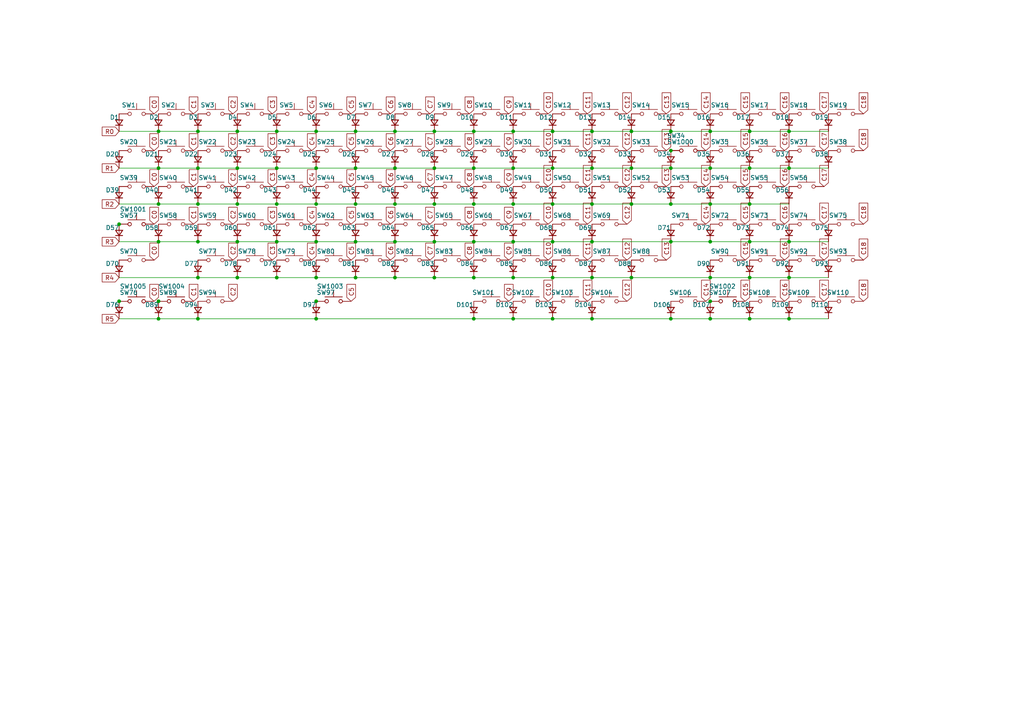
<source format=kicad_sch>
(kicad_sch (version 20240417) (generator "eeschema") (generator_version "8.99")
  (paper "A4")
  (lib_symbols
    (symbol "Connector:Conn_01x05_Socket" (pin_names (offset 1.016) hide)
      (property "Reference" "J" (at 0 7.62 0))
      (property "Value" "Conn_01x05_Socket" (at 0 -7.62 0))
      (symbol "Conn_01x05_Socket_1_1"
        (pin passive line (at -5.08 5.08 0) (length 3.81) (name "Pin_1") (number "1"))
        (pin passive line (at -5.08 2.54 0) (length 3.81) (name "Pin_2") (number "2"))
        (pin passive line (at -5.08 0 0) (length 3.81) (name "Pin_3") (number "3"))
        (pin passive line (at -5.08 -2.54 0) (length 3.81) (name "Pin_4") (number "4"))
        (pin passive line (at -5.08 -5.08 0) (length 3.81) (name "Pin_5") (number "5"))
      )
    )
    (symbol "Connector:USB_C_Receptacle_USB2.0_16P" (pin_names (offset 1.016))
      (property "Reference" "J" (at 0 22.225 0))
      (property "Value" "USB_C_Receptacle_USB2.0_16P" (at 0 19.685 0))
      (symbol "USB_C_Receptacle_USB2.0_16P_1_1"
        (pin passive line (at 0 -22.86 90) (length 5.08) (name "GND") (number "A1"))
        (pin passive line (at 0 -22.86 90) (length 5.08) hide (name "GND") (number "A12"))
        (pin passive line (at 15.24 15.24 180) (length 5.08) (name "VBUS") (number "A4"))
        (pin bidirectional line (at 15.24 10.16 180) (length 5.08) (name "CC1") (number "A5"))
        (pin bidirectional line (at 15.24 -2.54 180) (length 5.08) (name "D+") (number "A6"))
        (pin bidirectional line (at 15.24 2.54 180) (length 5.08) (name "D-") (number "A7"))
        (pin bidirectional line (at 15.24 -12.7 180) (length 5.08) (name "SBU1") (number "A8"))
        (pin passive line (at 15.24 15.24 180) (length 5.08) hide (name "VBUS") (number "A9"))
        (pin passive line (at 0 -22.86 90) (length 5.08) hide (name "GND") (number "B1"))
        (pin passive line (at 0 -22.86 90) (length 5.08) hide (name "GND") (number "B12"))
        (pin passive line (at 15.24 15.24 180) (length 5.08) hide (name "VBUS") (number "B4"))
        (pin bidirectional line (at 15.24 7.62 180) (length 5.08) (name "CC2") (number "B5"))
        (pin bidirectional line (at 15.24 -5.08 180) (length 5.08) (name "D+") (number "B6"))
        (pin bidirectional line (at 15.24 0 180) (length 5.08) (name "D-") (number "B7"))
        (pin bidirectional line (at 15.24 -15.24 180) (length 5.08) (name "SBU2") (number "B8"))
        (pin passive line (at 15.24 15.24 180) (length 5.08) hide (name "VBUS") (number "B9"))
        (pin passive line (at -7.62 -22.86 90) (length 5.08) (name "SHIELD") (number "S1"))
      )
    )
    (symbol "Device:C_Small" (pin_numbers hide) (pin_names (offset 0.254) hide)
      (property "Reference" "C" (at 0.254 1.778 0))
      (property "Value" "C_Small" (at 0.254 -2.032 0))
      (symbol "C_Small_1_1"
        (pin passive line (at 0 2.54 270) (length 2.032) (name "~") (number "1"))
        (pin passive line (at 0 -2.54 90) (length 2.032) (name "~") (number "2"))
      )
    )
    (symbol "Device:D_Small" (pin_numbers hide) (pin_names (offset 0.254) hide)
      (property "Reference" "D" (at -1.27 2.032 0))
      (property "Value" "D_Small" (at -3.81 -2.032 0))
      (symbol "D_Small_1_1"
        (pin passive line (at -2.54 0 0) (length 1.778) (name "K") (number "1"))
        (pin passive line (at 2.54 0 180) (length 1.778) (name "A") (number "2"))
      )
    )
    (symbol "Device:LED" (pin_numbers hide) (pin_names (offset 1.016) hide)
      (property "Reference" "D" (at 0 2.54 0))
      (property "Value" "LED" (at 0 -2.54 0))
      (symbol "LED_1_1"
        (pin passive line (at -3.81 0 0) (length 2.54) (name "K") (number "1"))
        (pin passive line (at 3.81 0 180) (length 2.54) (name "A") (number "2"))
      )
    )
    (symbol "Device:R_Small" (pin_numbers hide) (pin_names (offset 0.254) hide)
      (property "Reference" "R" (at 0.762 0.508 0))
      (property "Value" "R_Small" (at 0.762 -1.016 0))
      (symbol "R_Small_1_1"
        (pin passive line (at 0 2.54 270) (length 0.762) (name "~") (number "1"))
        (pin passive line (at 0 -2.54 90) (length 0.762) (name "~") (number "2"))
      )
    )
    (symbol "Power_Protection:USBLC6-2SC6" (pin_names hide)
      (property "Reference" "U" (at 0.635 5.715 0))
      (property "Value" "USBLC6-2SC6" (at 0.635 3.81 0))
      (symbol "USBLC6-2SC6_1_1"
        (pin passive line (at -5.08 0 0) (length 2.54) (name "I/O1") (number "1"))
        (pin passive line (at 0 -7.62 90) (length 2.54) (name "GND") (number "2"))
        (pin passive line (at -5.08 -2.54 0) (length 2.54) (name "I/O2") (number "3"))
        (pin passive line (at 5.08 -2.54 180) (length 2.54) (name "I/O2") (number "4"))
        (pin passive line (at 0 5.08 270) (length 2.54) (name "VBUS") (number "5"))
        (pin passive line (at 5.08 0 180) (length 2.54) (name "I/O1") (number "6"))
      )
    )
    (symbol "Regulator_Linear:AMS1117"
      (property "Reference" "U" (at -3.81 3.175 0))
      (property "Value" "AMS1117" (at 0 3.175 0))
      (symbol "AMS1117_1_1"
        (pin input line (at 0 -7.62 90) (length 2.54) (name "ADJ") (number "1"))
        (pin power_out line (at 7.62 0 180) (length 2.54) (name "VO") (number "2"))
        (pin power_in line (at -7.62 0 0) (length 2.54) (name "VI") (number "3"))
      )
    )
    (symbol "Switch:SW_Push" (pin_numbers hide) (pin_names (offset 1.016) hide)
      (property "Reference" "SW" (at 1.27 2.54 0))
      (property "Value" "SW_Push" (at 0 -1.524 0))
      (symbol "SW_Push_0_1"
        (pin passive line (at -5.08 0 0) (length 2.54) (name "1") (number "1"))
        (pin passive line (at 5.08 0 180) (length 2.54) (name "2") (number "2"))
      )
    )
    (symbol "power:+3.3V" (power) (pin_numbers hide) (pin_names (offset 0) hide)
      (property "Value" "+3.3V" (at 0 3.556 0))
      (symbol "+3.3V_1_1"
        (pin power_in line (at 0 0 90) (length 0) (name "~") (number "1"))
      )
    )
    (symbol "power:+5V" (power) (pin_numbers hide) (pin_names (offset 0) hide)
      (property "Value" "+5V" (at 0 3.556 0))
      (symbol "+5V_1_1"
        (pin power_in line (at 0 0 90) (length 0) (name "~") (number "1"))
      )
    )
    (symbol "power:GND" (power) (pin_numbers hide) (pin_names (offset 0) hide)
      (property "Value" "GND" (at 0 -3.81 0))
      (symbol "GND_1_1"
        (pin power_in line (at 0 0 270) (length 0) (name "~") (number "1"))
      )
    )
    (symbol "stm32f072:STM32F072-LQFP48-acheronSymbols" (pin_names (offset 1.016))
      (property "Reference" "U1" (at -1.905 3.175 0))
      (property "Value" "STM32F072-LQFP48" (at -15.24 -1.27 0))
      (symbol "STM32F072-LQFP48-acheronSymbols_1_1"
        (pin power_in line (at -43.18 35.56 0) (length 2.54) (name "VBAT") (number "1"))
        (pin bidirectional line (at -43.18 -21.59 0) (length 2.54) (name "PA0/ADC_IN0") (number "10"))
        (pin bidirectional line (at -43.18 -27.94 0) (length 2.54) (name "PA1/ADC_IN1") (number "11"))
        (pin bidirectional line (at -43.18 -34.29 0) (length 2.54) (name "PA2/ADC_IN2") (number "12"))
        (pin bidirectional line (at -34.29 -43.18 90) (length 2.54) (name "PA3/TIM15_CH2/ADC_IN3") (number "13"))
        (pin bidirectional line (at -27.94 -43.18 90) (length 2.54) (name "PA4/TIM14_CH1/ADC_IN4") (number "14"))
        (pin bidirectional line (at -21.59 -43.18 90) (length 2.54) (name "PA5/ADC_IN5/DAC_OUT2") (number "15"))
        (pin bidirectional line (at -15.24 -43.18 90) (length 2.54) (name "PA6/ADC_IN6/TIM3_CH1/TIM16_CH1") (number "16"))
        (pin bidirectional line (at -8.89 -43.18 90) (length 2.54) (name "PA7/TIM3_CH2/TIM14_CH1/ADC_IN7") (number "17"))
        (pin bidirectional line (at -2.54 -43.18 90) (length 2.54) (name "PB0/TIM3_CH3/ADC_IN8") (number "18"))
        (pin bidirectional line (at 3.81 -43.18 90) (length 2.54) (name "PB1/TIM3_CH4/TIM14_CH1/ADC_IN9") (number "19"))
        (pin bidirectional line (at -43.18 29.21 0) (length 2.54) (name "PC13") (number "2"))
        (pin bidirectional line (at 10.16 -43.18 90) (length 2.54) (name "PB2") (number "20"))
        (pin bidirectional line (at 16.51 -43.18 90) (length 2.54) (name "PB10/SPI2_SCK/I2C2_SCL/TIM2_CH3") (number "21"))
        (pin bidirectional line (at 22.86 -43.18 90) (length 2.54) (name "PB11/TIM2_CH4/I2C2_SDA") (number "22"))
        (pin power_in line (at 29.21 -43.18 90) (length 2.54) (name "VSS") (number "23"))
        (pin power_in line (at 35.56 -43.18 90) (length 2.54) (name "VDD") (number "24"))
        (pin bidirectional line (at 44.45 -35.56 180) (length 2.54) (name "PB12") (number "25"))
        (pin bidirectional line (at 44.45 -29.21 180) (length 2.54) (name "SPI2_SCK/I2S2_CK/I2C2_SCL/PB13") (number "26"))
        (pin bidirectional line (at 44.45 -22.86 180) (length 2.54) (name "PB14/SPI2_MISO/I2S2_MCK/I2C2_SDA/TIM15_CH1/PB15") (number "27"))
        (pin bidirectional line (at 44.45 -16.51 180) (length 2.54) (name "SPI2_MOSI/I2S2_SD/PB15") (number "28"))
        (pin bidirectional line (at 44.45 -10.16 180) (length 2.54) (name "TIM1_CH1/PA8") (number "29"))
        (pin bidirectional line (at -43.18 22.86 0) (length 2.54) (name "PC14/OSC32_IN") (number "3"))
        (pin bidirectional line (at 44.45 -3.81 180) (length 2.54) (name "TIM1_CH2/PA9") (number "30"))
        (pin bidirectional line (at 44.45 2.54 180) (length 2.54) (name "TIM1_CH3/PA10") (number "31"))
        (pin bidirectional line (at 44.45 8.89 180) (length 2.54) (name "USB_DM/TIM1_CH4/PA11") (number "32"))
        (pin bidirectional line (at 44.45 15.24 180) (length 2.54) (name "USB_DP/PA12") (number "33"))
        (pin bidirectional line (at 44.45 21.59 180) (length 2.54) (name "SWDIO/PA13") (number "34"))
        (pin power_in line (at 44.45 27.94 180) (length 2.54) (name "VSS") (number "35"))
        (pin power_in line (at 44.45 34.29 180) (length 2.54) (name "VDDIO2") (number "36"))
        (pin bidirectional line (at 35.56 44.45 270) (length 2.54) (name "SWCLK/PA14") (number "37"))
        (pin bidirectional line (at 29.21 44.45 270) (length 2.54) (name "PA2") (number "38"))
        (pin bidirectional line (at 22.86 44.45 270) (length 2.54) (name "SPI1_SCK/I2S1_CK/TIM2_CH2/PB3") (number "39"))
        (pin bidirectional line (at -43.18 16.51 0) (length 2.54) (name "PC15/OSC32_OUT") (number "4"))
        (pin bidirectional line (at 16.51 44.45 270) (length 2.54) (name "SPI1_MISO/I2S1_MCK/TIM3_CH1/PB4") (number "40"))
        (pin bidirectional line (at 10.16 44.45 270) (length 2.54) (name "SPI1_MOSI/I2S1_SD/TIM3_CH2/PB5") (number "41"))
        (pin bidirectional line (at 3.81 44.45 270) (length 2.54) (name "I2C1_SCL/PB6") (number "42"))
        (pin bidirectional line (at -2.54 44.45 270) (length 2.54) (name "2C1_SDA/PB7") (number "43"))
        (pin output line (at -8.89 44.45 270) (length 2.54) (name "BOOT0") (number "44"))
        (pin bidirectional line (at -15.24 44.45 270) (length 2.54) (name "I2C1_SCL/TIM16_CH1/PB8") (number "45"))
        (pin input line (at -21.59 44.45 270) (length 2.54) (name "SPI2_NSS/I2S2_WS/I2C1_SDA/TIM17_CH1/PB9") (number "46"))
        (pin input line (at -27.94 44.45 270) (length 2.54) (name "VSS") (number "47"))
        (pin input line (at -34.29 44.45 270) (length 2.54) (name "VDD") (number "48"))
        (pin bidirectional line (at -43.18 10.16 0) (length 2.54) (name "PF0/OSC_IN") (number "5"))
        (pin bidirectional line (at -43.18 3.81 0) (length 2.54) (name "PF1/OSC_OUT") (number "6"))
        (pin input line (at -43.18 -2.54 0) (length 2.54) (name "NRST") (number "7"))
        (pin power_in line (at -43.18 -8.89 0) (length 2.54) (name "VSSA") (number "8"))
        (pin power_in line (at -43.18 -15.24 0) (length 2.54) (name "VDDA") (number "9"))
      )
    )
  )
  (junction (at 125.984 70.104))
  (junction (at 171.704 70.104))
  (junction (at 194.564 38.1))
  (junction (at 160.274 59.182))
  (junction (at -135.636 68.072))
  (junction (at 114.554 48.768))
  (junction (at 183.134 38.1))
  (junction (at 217.424 70.104))
  (junction (at 91.694 87.376))
  (junction (at -113.792 2.032))
  (junction (at -131.318 62.992))
  (junction (at 57.404 48.768))
  (junction (at 114.554 80.518))
  (junction (at -113.792 6.35))
  (junction (at 171.704 48.768))
  (junction (at 80.264 80.518))
  (junction (at 68.834 80.518))
  (junction (at -205.486 68.326))
  (junction (at 217.424 48.768))
  (junction (at 91.694 48.768))
  (junction (at 228.854 70.104))
  (junction (at 148.844 70.104))
  (junction (at 125.984 59.182))
  (junction (at 137.414 48.768))
  (junction (at 125.984 80.518))
  (junction (at 183.134 59.182))
  (junction (at 217.424 38.1))
  (junction (at 171.704 92.456))
  (junction (at 91.694 70.104))
  (junction (at 148.844 38.1))
  (junction (at 217.424 59.182))
  (junction (at 148.844 92.456))
  (junction (at 45.974 92.456))
  (junction (at -118.872 2.032))
  (junction (at 80.264 70.104))
  (junction (at 194.564 43.688))
  (junction (at 205.994 92.456))
  (junction (at 194.564 70.104))
  (junction (at 183.134 48.768))
  (junction (at 125.984 38.1))
  (junction (at 45.974 38.1))
  (junction (at 80.264 38.1))
  (junction (at 57.404 70.104))
  (junction (at 205.994 38.1))
  (junction (at 217.424 80.518))
  (junction (at 228.854 80.518))
  (junction (at 137.414 70.104))
  (junction (at -205.486 56.896))
  (junction (at 148.844 80.518))
  (junction (at 103.124 48.768))
  (junction (at -50.546 99.568))
  (junction (at -128.524 18.034))
  (junction (at 194.564 92.456))
  (junction (at -38.1 25.146))
  (junction (at 57.404 38.1))
  (junction (at 160.274 48.768))
  (junction (at 91.694 38.1))
  (junction (at 228.854 48.768))
  (junction (at 45.974 48.768))
  (junction (at 68.834 48.768))
  (junction (at -33.782 20.066))
  (junction (at 160.274 80.518))
  (junction (at -139.954 -2.54))
  (junction (at -50.546 103.886))
  (junction (at -33.782 25.146))
  (junction (at 57.404 92.456))
  (junction (at -55.626 99.568))
  (junction (at -55.626 103.886))
  (junction (at 160.274 38.1))
  (junction (at -118.872 6.35))
  (junction (at 103.124 70.104))
  (junction (at 91.694 80.518))
  (junction (at -136.144 81.534))
  (junction (at 171.704 80.518))
  (junction (at 205.994 59.182))
  (junction (at 103.124 59.182))
  (junction (at 137.414 59.182))
  (junction (at 57.404 59.182))
  (junction (at 137.414 38.1))
  (junction (at 45.974 59.182))
  (junction (at -137.16 -2.54))
  (junction (at 103.124 38.1))
  (junction (at 148.844 59.182))
  (junction (at 217.424 92.456))
  (junction (at 160.274 70.104))
  (junction (at 114.554 38.1))
  (junction (at 194.564 59.182))
  (junction (at 114.554 59.182))
  (junction (at 125.984 48.768))
  (junction (at -131.318 68.072))
  (junction (at 205.994 48.768))
  (junction (at 45.974 87.376))
  (junction (at 194.564 48.768))
  (junction (at -205.486 65.786))
  (junction (at 137.414 92.456))
  (junction (at 228.854 92.456))
  (junction (at 171.704 38.1))
  (junction (at 103.124 80.518))
  (junction (at 183.134 80.518))
  (junction (at 160.274 92.456))
  (junction (at 68.834 38.1))
  (junction (at 57.404 80.518))
  (junction (at -38.1 20.066))
  (junction (at 114.554 70.104))
  (junction (at 205.994 70.104))
  (junction (at 205.994 80.518))
  (junction (at 34.544 65.024))
  (junction (at 205.994 87.376))
  (junction (at 137.414 80.518))
  (junction (at 68.834 59.182))
  (junction (at 68.834 70.104))
  (junction (at 171.704 59.182))
  (junction (at 91.694 59.182))
  (junction (at 91.694 92.456))
  (junction (at -135.636 62.992))
  (junction (at 148.844 48.768))
  (junction (at 34.544 87.376))
  (junction (at 80.264 48.768))
  (junction (at 228.854 38.1))
  (junction (at 80.264 59.182))
  (junction (at 45.974 70.104))
  (no_connect (at -228.346 88.646))
  (no_connect (at -205.486 78.486))
  (no_connect (at -205.486 81.026))
  (wire (pts (xy 171.704 92.456) (xy 194.564 92.456)))
  (wire (pts (xy 228.854 48.768) (xy 240.284 48.768)))
  (wire (pts (xy 34.544 70.104) (xy 45.974 70.104)))
  (wire (pts (xy 91.694 80.518) (xy 103.124 80.518)))
  (wire (pts (xy 148.844 59.182) (xy 160.274 59.182)))
  (wire (pts (xy 205.994 92.456) (xy 217.424 92.456)))
  (wire (pts (xy -150.114 -2.54) (xy -150.114 -6.35)))
  (wire (pts (xy 194.564 70.104) (xy 205.994 70.104)))
  (wire (pts (xy 68.834 38.1) (xy 80.264 38.1)))
  (wire (pts (xy 103.124 70.104) (xy 114.554 70.104)))
  (wire (pts (xy 114.554 59.182) (xy 125.984 59.182)))
  (wire (pts (xy -128.524 68.072) (xy -131.318 68.072)))
  (wire (pts (xy -131.318 68.072) (xy -135.636 68.072)))
  (wire (pts (xy 80.264 70.104) (xy 91.694 70.104)))
  (wire (pts (xy -136.144 87.884) (xy -136.144 81.534)))
  (wire (pts (xy 125.984 48.768) (xy 137.414 48.768)))
  (wire (pts (xy 137.414 70.104) (xy 148.844 70.104)))
  (wire (pts (xy 57.404 59.182) (xy 68.834 59.182)))
  (wire (pts (xy 103.124 80.518) (xy 114.554 80.518)))
  (wire (pts (xy 137.414 92.456) (xy 148.844 92.456)))
  (wire (pts (xy 148.844 38.1) (xy 160.274 38.1)))
  (wire (pts (xy -137.16 -7.874) (xy -139.954 -7.874)))
  (wire (pts (xy 205.994 48.768) (xy 217.424 48.768)))
  (wire (pts (xy -55.626 96.774) (xy -56.134 96.774)))
  (wire (pts (xy -113.792 9.144) (xy -113.284 9.144)))
  (wire (pts (xy -55.626 103.886) (xy -55.626 99.568)))
  (wire (pts (xy -205.486 65.786) (xy -194.31 65.786)))
  (wire (pts (xy 160.274 80.518) (xy 171.704 80.518)))
  (wire (pts (xy 80.264 80.518) (xy 91.694 80.518)))
  (wire (pts (xy 171.704 59.182) (xy 183.134 59.182)))
  (wire (pts (xy 217.424 59.182) (xy 228.854 59.182)))
  (wire (pts (xy 171.704 38.1) (xy 183.134 38.1)))
  (wire (pts (xy 205.994 38.1) (xy 217.424 38.1)))
  (wire (pts (xy -205.486 68.326) (xy -205.486 70.866)))
  (wire (pts (xy -128.524 62.992) (xy -128.524 62.484)))
  (wire (pts (xy 45.974 70.104) (xy 57.404 70.104)))
  (wire (pts (xy 34.544 59.182) (xy 45.974 59.182)))
  (wire (pts (xy 183.134 38.1) (xy 194.564 38.1)))
  (wire (pts (xy -55.626 99.568) (xy -55.626 96.774)))
  (wire (pts (xy 194.564 38.1) (xy 205.994 38.1)))
  (wire (pts (xy 194.564 59.182) (xy 205.994 59.182)))
  (wire (pts (xy 91.694 48.768) (xy 103.124 48.768)))
  (wire (pts (xy -118.872 6.35) (xy -118.872 2.032)))
  (wire (pts (xy 228.854 92.456) (xy 240.284 92.456)))
  (wire (pts (xy 194.564 92.456) (xy 205.994 92.456)))
  (wire (pts (xy 194.564 48.768) (xy 205.994 48.768)))
  (wire (pts (xy 205.994 70.104) (xy 217.424 70.104)))
  (wire (pts (xy 34.544 80.518) (xy 57.404 80.518)))
  (wire (pts (xy -137.16 -2.54) (xy -137.16 -2.794)))
  (wire (pts (xy 160.274 48.768) (xy 171.704 48.768)))
  (wire (pts (xy 217.424 92.456) (xy 228.854 92.456)))
  (wire (pts (xy 34.544 38.1) (xy 45.974 38.1)))
  (wire (pts (xy -205.486 68.326) (xy -194.31 68.326)))
  (wire (pts (xy -119.634 9.144) (xy -118.872 9.144)))
  (wire (pts (xy 57.404 80.518) (xy 68.834 80.518)))
  (wire (pts (xy -50.546 96.774) (xy -50.546 99.568)))
  (wire (pts (xy 148.844 80.518) (xy 160.274 80.518)))
  (wire (pts (xy 91.694 38.1) (xy 103.124 38.1)))
  (wire (pts (xy -139.954 -6.35) (xy -139.954 -2.54)))
  (wire (pts (xy 114.554 38.1) (xy 125.984 38.1)))
  (wire (pts (xy 114.554 80.518) (xy 125.984 80.518)))
  (wire (pts (xy -33.782 25.146) (xy -38.1 25.146)))
  (wire (pts (xy 148.844 70.104) (xy 160.274 70.104)))
  (wire (pts (xy 205.994 59.182) (xy 217.424 59.182)))
  (wire (pts (xy 228.854 70.104) (xy 240.284 70.104)))
  (wire (pts (xy 217.424 38.1) (xy 228.854 38.1)))
  (wire (pts (xy 125.984 70.104) (xy 137.414 70.104)))
  (wire (pts (xy -118.872 9.144) (xy -118.872 6.35)))
  (wire (pts (xy 57.404 92.456) (xy 91.694 92.456)))
  (wire (pts (xy 80.264 38.1) (xy 91.694 38.1)))
  (wire (pts (xy 114.554 70.104) (xy 125.984 70.104)))
  (wire (pts (xy 137.414 48.768) (xy 148.844 48.768)))
  (wire (pts (xy 45.974 38.1) (xy 57.404 38.1)))
  (wire (pts (xy -136.144 81.534) (xy -136.144 75.184)))
  (wire (pts (xy 171.704 80.518) (xy 183.134 80.518)))
  (wire (pts (xy 183.134 48.768) (xy 194.564 48.768)))
  (wire (pts (xy -205.486 56.896) (xy -205.486 58.166)))
  (wire (pts (xy -38.1 20.066) (xy -33.782 20.066)))
  (wire (pts (xy 57.404 38.1) (xy 68.834 38.1)))
  (wire (pts (xy 45.974 48.768) (xy 57.404 48.768)))
  (wire (pts (xy 148.844 48.768) (xy 160.274 48.768)))
  (wire (pts (xy 148.844 92.456) (xy 160.274 92.456)))
  (wire (pts (xy -135.636 62.992) (xy -131.318 62.992)))
  (wire (pts (xy -40.894 20.066) (xy -38.1 20.066)))
  (wire (pts (xy -49.784 96.774) (xy -50.546 96.774)))
  (wire (pts (xy 34.544 92.456) (xy 45.974 92.456)))
  (wire (pts (xy 103.124 38.1) (xy 114.554 38.1)))
  (wire (pts (xy 91.694 59.182) (xy 103.124 59.182)))
  (wire (pts (xy -139.954 -2.54) (xy -137.16 -2.54)))
  (wire (pts (xy 160.274 70.104) (xy 171.704 70.104)))
  (wire (pts (xy -147.574 -2.54) (xy -150.114 -2.54)))
  (wire (pts (xy 183.134 80.518) (xy 205.994 80.518)))
  (wire (pts (xy 228.854 38.1) (xy 240.284 38.1)))
  (wire (pts (xy -113.792 6.35) (xy -113.792 9.144)))
  (wire (pts (xy 34.544 48.768) (xy 45.974 48.768)))
  (wire (pts (xy 68.834 70.104) (xy 80.264 70.104)))
  (wire (pts (xy 80.264 48.768) (xy 91.694 48.768)))
  (wire (pts (xy 57.404 48.768) (xy 68.834 48.768)))
  (wire (pts (xy -142.494 -2.54) (xy -139.954 -2.54)))
  (wire (pts (xy 91.694 70.104) (xy 103.124 70.104)))
  (wire (pts (xy 125.984 80.518) (xy 137.414 80.518)))
  (wire (pts (xy -205.486 55.626) (xy -205.486 56.896)))
  (wire (pts (xy 160.274 92.456) (xy 171.704 92.456)))
  (wire (pts (xy 183.134 59.182) (xy 194.564 59.182)))
  (wire (pts (xy 137.414 59.182) (xy 148.844 59.182)))
  (wire (pts (xy 160.274 59.182) (xy 171.704 59.182)))
  (wire (pts (xy -113.792 2.032) (xy -113.792 6.35)))
  (wire (pts (xy 68.834 80.518) (xy 80.264 80.518)))
  (wire (pts (xy -205.486 63.246) (xy -205.486 65.786)))
  (wire (pts (xy 125.984 38.1) (xy 137.414 38.1)))
  (wire (pts (xy 217.424 80.518) (xy 228.854 80.518)))
  (wire (pts (xy 45.974 59.182) (xy 57.404 59.182)))
  (wire (pts (xy 228.854 80.518) (xy 240.284 80.518)))
  (wire (pts (xy 171.704 48.768) (xy 183.134 48.768)))
  (wire (pts (xy 217.424 48.768) (xy 228.854 48.768)))
  (wire (pts (xy 160.274 38.1) (xy 171.704 38.1)))
  (wire (pts (xy -50.546 99.568) (xy -50.546 103.886)))
  (wire (pts (xy 45.974 92.456) (xy 57.404 92.456)))
  (wire (pts (xy 125.984 59.182) (xy 137.414 59.182)))
  (wire (pts (xy 57.404 70.104) (xy 68.834 70.104)))
  (wire (pts (xy 68.834 48.768) (xy 80.264 48.768)))
  (wire (pts (xy 103.124 59.182) (xy 114.554 59.182)))
  (wire (pts (xy 68.834 59.182) (xy 80.264 59.182)))
  (wire (pts (xy -128.524 68.834) (xy -128.524 68.072)))
  (wire (pts (xy -38.1 25.146) (xy -40.894 25.146)))
  (wire (pts (xy -40.894 25.146) (xy -40.894 25.654)))
  (wire (pts (xy 137.414 80.518) (xy 148.844 80.518)))
  (wire (pts (xy 205.994 80.518) (xy 217.424 80.518)))
  (wire (pts (xy 80.264 59.182) (xy 91.694 59.182)))
  (wire (pts (xy 103.124 48.768) (xy 114.554 48.768)))
  (wire (pts (xy 171.704 70.104) (xy 194.564 70.104)))
  (wire (pts (xy 217.424 70.104) (xy 228.854 70.104)))
  (wire (pts (xy 91.694 92.456) (xy 137.414 92.456)))
  (wire (pts (xy -40.894 19.304) (xy -40.894 20.066)))
  (wire (pts (xy 137.414 38.1) (xy 148.844 38.1)))
  (wire (pts (xy 114.554 48.768) (xy 125.984 48.768)))
  (wire (pts (xy -131.318 62.992) (xy -128.524 62.992)))
  (global_label "C5" (shape input) (at 101.854 75.438 90) (property "Intersheetrefs" "${INTERSHEET_REFS}" (effects (hide yes))))
  (global_label "C15" (shape input) (at 216.154 75.438 90) (property "Intersheetrefs" "${INTERSHEET_REFS}" (effects (hide yes))))
  (global_label "C9" (shape input) (at 147.574 65.024 90) (property "Intersheetrefs" "${INTERSHEET_REFS}" (effects (hide yes))))
  (global_label "C16" (shape input) (at 227.584 33.02 90) (property "Intersheetrefs" "${INTERSHEET_REFS}" (effects (hide yes))))
  (global_label "boot" (shape input) (at -94.234 9.144 90) (property "Intersheetrefs" "${INTERSHEET_REFS}" (effects (hide yes))))
  (global_label "C2" (shape input) (at 67.564 87.376 90) (property "Intersheetrefs" "${INTERSHEET_REFS}" (effects (hide yes))))
  (global_label "C6" (shape input) (at 113.284 54.102 90) (property "Intersheetrefs" "${INTERSHEET_REFS}" (effects (hide yes))))
  (global_label "C11" (shape input) (at 170.434 43.688 90) (property "Intersheetrefs" "${INTERSHEET_REFS}" (effects (hide yes))))
  (global_label "DIO" (shape input) (at -83.566 66.548 270) (property "Intersheetrefs" "${INTERSHEET_REFS}" (effects (hide yes))))
  (global_label "C0" (shape input) (at 44.704 75.438 90) (property "Intersheetrefs" "${INTERSHEET_REFS}" (effects (hide yes))))
  (global_label "C0" (shape input) (at 44.704 54.102 90) (property "Intersheetrefs" "${INTERSHEET_REFS}" (effects (hide yes))))
  (global_label "C2" (shape input) (at 67.564 65.024 90) (property "Intersheetrefs" "${INTERSHEET_REFS}" (effects (hide yes))))
  (global_label "RST" (shape input) (at -86.106 66.548 270) (property "Intersheetrefs" "${INTERSHEET_REFS}" (effects (hide yes))))
  (global_label "C4" (shape input) (at 90.424 33.02 90) (property "Intersheetrefs" "${INTERSHEET_REFS}" (effects (hide yes))))
  (global_label "C17" (shape input) (at 239.014 54.102 90) (property "Intersheetrefs" "${INTERSHEET_REFS}" (effects (hide yes))))
  (global_label "D+" (shape input) (at -184.15 68.326 0) (property "Intersheetrefs" "${INTERSHEET_REFS}" (effects (hide yes))))
  (global_label "C6" (shape input) (at 113.284 75.438 90) (property "Intersheetrefs" "${INTERSHEET_REFS}" (effects (hide yes))))
  (global_label "C2" (shape input) (at -40.894 89.154 0) (property "Intersheetrefs" "${INTERSHEET_REFS}" (effects (hide yes))))
  (global_label "C11" (shape input) (at 170.434 75.438 90) (property "Intersheetrefs" "${INTERSHEET_REFS}" (effects (hide yes))))
  (global_label "C15" (shape input) (at 216.154 54.102 90) (property "Intersheetrefs" "${INTERSHEET_REFS}" (effects (hide yes))))
  (global_label "C15" (shape input) (at 216.154 33.02 90) (property "Intersheetrefs" "${INTERSHEET_REFS}" (effects (hide yes))))
  (global_label "C8" (shape input) (at 136.144 33.02 90) (property "Intersheetrefs" "${INTERSHEET_REFS}" (effects (hide yes))))
  (global_label "C9" (shape input) (at 147.574 33.02 90) (property "Intersheetrefs" "${INTERSHEET_REFS}" (effects (hide yes))))
  (global_label "C8" (shape input) (at -40.894 51.054 0) (property "Intersheetrefs" "${INTERSHEET_REFS}" (effects (hide yes))))
  (global_label "C6" (shape input) (at 113.284 43.688 90) (property "Intersheetrefs" "${INTERSHEET_REFS}" (effects (hide yes))))
  (global_label "C15" (shape input) (at -119.634 96.774 270) (property "Intersheetrefs" "${INTERSHEET_REFS}" (effects (hide yes))))
  (global_label "C1" (shape input) (at 56.134 43.688 90) (property "Intersheetrefs" "${INTERSHEET_REFS}" (effects (hide yes))))
  (global_label "C16" (shape input) (at 227.584 43.688 90) (property "Intersheetrefs" "${INTERSHEET_REFS}" (effects (hide yes))))
  (global_label "RST" (shape input) (at -128.524 56.134 180) (property "Intersheetrefs" "${INTERSHEET_REFS}" (effects (hide yes))))
  (global_label "C14" (shape input) (at 204.724 87.376 90) (property "Intersheetrefs" "${INTERSHEET_REFS}" (effects (hide yes))))
  (global_label "D+" (shape input) (at -40.894 38.354 0) (property "Intersheetrefs" "${INTERSHEET_REFS}" (effects (hide yes))))
  (global_label "C16" (shape input) (at 227.584 87.376 90) (property "Intersheetrefs" "${INTERSHEET_REFS}" (effects (hide yes))))
  (global_label "C6" (shape input) (at 113.284 65.024 90) (property "Intersheetrefs" "${INTERSHEET_REFS}" (effects (hide yes))))
  (global_label "C17" (shape input) (at 239.014 87.376 90) (property "Intersheetrefs" "${INTERSHEET_REFS}" (effects (hide yes))))
  (global_label "C13" (shape input) (at 193.294 75.438 90) (property "Intersheetrefs" "${INTERSHEET_REFS}" (effects (hide yes))))
  (global_label "C0" (shape input) (at 44.704 43.688 90) (property "Intersheetrefs" "${INTERSHEET_REFS}" (effects (hide yes))))
  (global_label "C10" (shape input) (at 159.004 75.438 90) (property "Intersheetrefs" "${INTERSHEET_REFS}" (effects (hide yes))))
  (global_label "R4" (shape input) (at 34.544 80.518 180) (property "Intersheetrefs" "${INTERSHEET_REFS}" (effects (hide yes))))
  (global_label "C13" (shape input) (at 193.294 43.688 90) (property "Intersheetrefs" "${INTERSHEET_REFS}" (effects (hide yes))))
  (global_label "C7" (shape input) (at 124.714 33.02 90) (property "Intersheetrefs" "${INTERSHEET_REFS}" (effects (hide yes))))
  (global_label "C15" (shape input) (at 216.154 87.376 90) (property "Intersheetrefs" "${INTERSHEET_REFS}" (effects (hide yes))))
  (global_label "C5" (shape input) (at 101.854 33.02 90) (property "Intersheetrefs" "${INTERSHEET_REFS}" (effects (hide yes))))
  (global_label "C9" (shape input) (at -106.934 96.774 270) (property "Intersheetrefs" "${INTERSHEET_REFS}" (effects (hide yes))))
  (global_label "C10" (shape input) (at 159.004 33.02 90) (property "Intersheetrefs" "${INTERSHEET_REFS}" (effects (hide yes))))
  (global_label "C12" (shape input) (at 181.864 54.102 90) (property "Intersheetrefs" "${INTERSHEET_REFS}" (effects (hide yes))))
  (global_label "C7" (shape input) (at 124.714 43.688 90) (property "Intersheetrefs" "${INTERSHEET_REFS}" (effects (hide yes))))
  (global_label "C11" (shape input) (at 170.434 54.102 90) (property "Intersheetrefs" "${INTERSHEET_REFS}" (effects (hide yes))))
  (global_label "C5" (shape input) (at 101.854 54.102 90) (property "Intersheetrefs" "${INTERSHEET_REFS}" (effects (hide yes))))
  (global_label "C5" (shape input) (at -40.894 70.104 0) (property "Intersheetrefs" "${INTERSHEET_REFS}" (effects (hide yes))))
  (global_label "C14" (shape input) (at 204.724 33.02 90) (property "Intersheetrefs" "${INTERSHEET_REFS}" (effects (hide yes))))
  (global_label "C15" (shape input) (at 216.154 65.024 90) (property "Intersheetrefs" "${INTERSHEET_REFS}" (effects (hide yes))))
  (global_label "C16" (shape input) (at 227.584 54.102 90) (property "Intersheetrefs" "${INTERSHEET_REFS}" (effects (hide yes))))
  (global_label "C1" (shape input) (at 56.134 33.02 90) (property "Intersheetrefs" "${INTERSHEET_REFS}" (effects (hide yes))))
  (global_label "R5" (shape input) (at -75.184 96.774 270) (property "Intersheetrefs" "${INTERSHEET_REFS}" (effects (hide yes))))
  (global_label "C8" (shape input) (at 136.144 75.438 90) (property "Intersheetrefs" "${INTERSHEET_REFS}" (effects (hide yes))))
  (global_label "C17" (shape input) (at 239.014 65.024 90) (property "Intersheetrefs" "${INTERSHEET_REFS}" (effects (hide yes))))
  (global_label "C12" (shape input) (at -68.834 9.144 90) (property "Intersheetrefs" "${INTERSHEET_REFS}" (effects (hide yes))))
  (global_label "C13" (shape input) (at 193.294 33.02 90) (property "Intersheetrefs" "${INTERSHEET_REFS}" (effects (hide yes))))
  (global_label "C3" (shape input) (at 78.994 43.688 90) (property "Intersheetrefs" "${INTERSHEET_REFS}" (effects (hide yes))))
  (global_label "C18" (shape input) (at 250.444 33.02 90) (property "Intersheetrefs" "${INTERSHEET_REFS}" (effects (hide yes))))
  (global_label "C2" (shape input) (at 67.564 75.438 90) (property "Intersheetrefs" "${INTERSHEET_REFS}" (effects (hide yes))))
  (global_label "C14" (shape input) (at 204.724 54.102 90) (property "Intersheetrefs" "${INTERSHEET_REFS}" (effects (hide yes))))
  (global_label "C12" (shape input) (at 181.864 33.02 90) (property "Intersheetrefs" "${INTERSHEET_REFS}" (effects (hide yes))))
  (global_label "C11" (shape input) (at 170.434 33.02 90) (property "Intersheetrefs" "${INTERSHEET_REFS}" (effects (hide yes))))
  (global_label "R0" (shape input) (at -128.524 24.384 180) (property "Intersheetrefs" "${INTERSHEET_REFS}" (effects (hide yes))))
  (global_label "C0" (shape input) (at 44.704 33.02 90) (property "Intersheetrefs" "${INTERSHEET_REFS}" (effects (hide yes))))
  (global_label "R3" (shape input) (at 34.544 70.104 180) (property "Intersheetrefs" "${INTERSHEET_REFS}" (effects (hide yes))))
  (global_label "C10" (shape input) (at -56.134 9.144 90) (property "Intersheetrefs" "${INTERSHEET_REFS}" (effects (hide yes))))
  (global_label "C12" (shape input) (at 181.864 75.438 90) (property "Intersheetrefs" "${INTERSHEET_REFS}" (effects (hide yes))))
  (global_label "C13" (shape input) (at 193.294 54.102 90) (property "Intersheetrefs" "${INTERSHEET_REFS}" (effects (hide yes))))
  (global_label "C5" (shape input) (at 101.854 87.376 90) (property "Intersheetrefs" "${INTERSHEET_REFS}" (effects (hide yes))))
  (global_label "C0" (shape input) (at 44.704 87.376 90) (property "Intersheetrefs" "${INTERSHEET_REFS}" (effects (hide yes))))
  (global_label "C10" (shape input) (at 159.004 43.688 90) (property "Intersheetrefs" "${INTERSHEET_REFS}" (effects (hide yes))))
  (global_label "C7" (shape input) (at 124.714 65.024 90) (property "Intersheetrefs" "${INTERSHEET_REFS}" (effects (hide yes))))
  (global_label "C8" (shape input) (at 136.144 54.102 90) (property "Intersheetrefs" "${INTERSHEET_REFS}" (effects (hide yes))))
  (global_label "C14" (shape input) (at 204.724 65.024 90) (property "Intersheetrefs" "${INTERSHEET_REFS}" (effects (hide yes))))
  (global_label "C3" (shape input) (at 78.994 65.024 90) (property "Intersheetrefs" "${INTERSHEET_REFS}" (effects (hide yes))))
  (global_label "C6" (shape input) (at 113.284 33.02 90) (property "Intersheetrefs" "${INTERSHEET_REFS}" (effects (hide yes))))
  (global_label "C11" (shape input) (at 170.434 65.024 90) (property "Intersheetrefs" "${INTERSHEET_REFS}" (effects (hide yes))))
  (global_label "C15" (shape input) (at 216.154 43.688 90) (property "Intersheetrefs" "${INTERSHEET_REFS}" (effects (hide yes))))
  (global_label "C5" (shape input) (at 101.854 43.688 90) (property "Intersheetrefs" "${INTERSHEET_REFS}" (effects (hide yes))))
  (global_label "C4" (shape input) (at 90.424 65.024 90) (property "Intersheetrefs" "${INTERSHEET_REFS}" (effects (hide yes))))
  (global_label "R4" (shape input) (at -81.534 96.774 270) (property "Intersheetrefs" "${INTERSHEET_REFS}" (effects (hide yes))))
  (global_label "C6" (shape input) (at -40.894 63.754 0) (property "Intersheetrefs" "${INTERSHEET_REFS}" (effects (hide yes))))
  (global_label "C16" (shape input) (at -128.524 37.084 180) (property "Intersheetrefs" "${INTERSHEET_REFS}" (effects (hide yes))))
  (global_label "R0" (shape input) (at 34.544 38.1 180) (property "Intersheetrefs" "${INTERSHEET_REFS}" (effects (hide yes))))
  (global_label "C12" (shape input) (at 181.864 43.688 90) (property "Intersheetrefs" "${INTERSHEET_REFS}" (effects (hide yes))))
  (global_label "C11" (shape input) (at 170.434 87.376 90) (property "Intersheetrefs" "${INTERSHEET_REFS}" (effects (hide yes))))
  (global_label "C9" (shape input) (at 147.574 75.438 90) (property "Intersheetrefs" "${INTERSHEET_REFS}" (effects (hide yes))))
  (global_label "C9" (shape input) (at 147.574 87.376 90) (property "Intersheetrefs" "${INTERSHEET_REFS}" (effects (hide yes))))
  (global_label "C4" (shape input) (at 90.424 75.438 90) (property "Intersheetrefs" "${INTERSHEET_REFS}" (effects (hide yes))))
  (global_label "C10" (shape input) (at 159.004 65.024 90) (property "Intersheetrefs" "${INTERSHEET_REFS}" (effects (hide yes))))
  (global_label "C16" (shape input) (at 227.584 75.438 90) (property "Intersheetrefs" "${INTERSHEET_REFS}" (effects (hide yes))))
  (global_label "C5" (shape input) (at 101.854 65.024 90) (property "Intersheetrefs" "${INTERSHEET_REFS}" (effects (hide yes))))
  (global_label "C10" (shape input) (at 159.004 87.376 90) (property "Intersheetrefs" "${INTERSHEET_REFS}" (effects (hide yes))))
  (global_label "C12" (shape input) (at 181.864 87.376 90) (property "Intersheetrefs" "${INTERSHEET_REFS}" (effects (hide yes))))
  (global_label "C8" (shape input) (at 136.144 65.024 90) (property "Intersheetrefs" "${INTERSHEET_REFS}" (effects (hide yes))))
  (global_label "C17" (shape input) (at 239.014 33.02 90) (property "Intersheetrefs" "${INTERSHEET_REFS}" (effects (hide yes))))
  (global_label "C2" (shape input) (at 67.564 54.102 90) (property "Intersheetrefs" "${INTERSHEET_REFS}" (effects (hide yes))))
  (global_label "C18" (shape input) (at 250.444 87.376 90) (property "Intersheetrefs" "${INTERSHEET_REFS}" (effects (hide yes))))
  (global_label "C14" (shape input) (at -100.584 9.144 90) (property "Intersheetrefs" "${INTERSHEET_REFS}" (effects (hide yes))))
  (global_label "R3" (shape input) (at -87.884 96.774 270) (property "Intersheetrefs" "${INTERSHEET_REFS}" (effects (hide yes))))
  (global_label "DIO" (shape input) (at -40.894 32.004 0) (property "Intersheetrefs" "${INTERSHEET_REFS}" (effects (hide yes))))
  (global_label "D-" (shape input) (at -184.15 65.786 0) (property "Intersheetrefs" "${INTERSHEET_REFS}" (effects (hide yes))))
  (global_label "C18" (shape input) (at 250.444 43.688 90) (property "Intersheetrefs" "${INTERSHEET_REFS}" (effects (hide yes))))
  (global_label "C17" (shape input) (at 239.014 43.688 90) (property "Intersheetrefs" "${INTERSHEET_REFS}" (effects (hide yes))))
  (global_label "R1" (shape input) (at 34.544 48.768 180) (property "Intersheetrefs" "${INTERSHEET_REFS}" (effects (hide yes))))
  (global_label "C16" (shape input) (at 227.584 65.024 90) (property "Intersheetrefs" "${INTERSHEET_REFS}" (effects (hide yes))))
  (global_label "C4" (shape input) (at -40.894 76.454 0) (property "Intersheetrefs" "${INTERSHEET_REFS}" (effects (hide yes))))
  (global_label "C18" (shape input) (at 250.444 75.438 90) (property "Intersheetrefs" "${INTERSHEET_REFS}" (effects (hide yes))))
  (global_label "C18" (shape input) (at -128.524 43.434 180) (property "Intersheetrefs" "${INTERSHEET_REFS}" (effects (hide yes))))
  (global_label "R2" (shape input) (at -94.234 96.774 270) (property "Intersheetrefs" "${INTERSHEET_REFS}" (effects (hide yes))))
  (global_label "C18" (shape input) (at 250.444 65.024 90) (property "Intersheetrefs" "${INTERSHEET_REFS}" (effects (hide yes))))
  (global_label "C3" (shape input) (at -40.894 82.804 0) (property "Intersheetrefs" "${INTERSHEET_REFS}" (effects (hide yes))))
  (global_label "C17" (shape input) (at 239.014 75.438 90) (property "Intersheetrefs" "${INTERSHEET_REFS}" (effects (hide yes))))
  (global_label "R1" (shape input) (at -113.284 96.774 270) (property "Intersheetrefs" "${INTERSHEET_REFS}" (effects (hide yes))))
  (global_label "C14" (shape input) (at 204.724 43.688 90) (property "Intersheetrefs" "${INTERSHEET_REFS}" (effects (hide yes))))
  (global_label "C1" (shape input) (at 56.134 54.102 90) (property "Intersheetrefs" "${INTERSHEET_REFS}" (effects (hide yes))))
  (global_label "C18" (shape input) (at -128.524 49.784 180) (property "Intersheetrefs" "${INTERSHEET_REFS}" (effects (hide yes))))
  (global_label "boot" (shape input) (at -137.16 -7.874 90) (property "Intersheetrefs" "${INTERSHEET_REFS}" (effects (hide yes))))
  (global_label "C10" (shape input) (at 159.004 54.102 90) (property "Intersheetrefs" "${INTERSHEET_REFS}" (effects (hide yes))))
  (global_label "R2" (shape input) (at 34.544 59.182 180) (property "Intersheetrefs" "${INTERSHEET_REFS}" (effects (hide yes))))
  (global_label "C13" (shape input) (at -75.184 9.144 90) (property "Intersheetrefs" "${INTERSHEET_REFS}" (effects (hide yes))))
  (global_label "C9" (shape input) (at 147.574 43.688 90) (property "Intersheetrefs" "${INTERSHEET_REFS}" (effects (hide yes))))
  (global_label "C1" (shape input) (at -62.484 96.774 270) (property "Intersheetrefs" "${INTERSHEET_REFS}" (effects (hide yes))))
  (global_label "RST" (shape input) (at -150.114 -6.35 180) (property "Intersheetrefs" "${INTERSHEET_REFS}" (effects (hide yes))))
  (global_label "C4" (shape input) (at 90.424 54.102 90) (property "Intersheetrefs" "${INTERSHEET_REFS}" (effects (hide yes))))
  (global_label "C3" (shape input) (at 78.994 54.102 90) (property "Intersheetrefs" "${INTERSHEET_REFS}" (effects (hide yes))))
  (global_label "CLK" (shape input) (at -81.026 66.548 270) (property "Intersheetrefs" "${INTERSHEET_REFS}" (effects (hide yes))))
  (global_label "C2" (shape input) (at 67.564 33.02 90) (property "Intersheetrefs" "${INTERSHEET_REFS}" (effects (hide yes))))
  (global_label "C1" (shape input) (at 56.134 65.024 90) (property "Intersheetrefs" "${INTERSHEET_REFS}" (effects (hide yes))))
  (global_label "CLK" (shape input) (at -49.784 9.144 90) (property "Intersheetrefs" "${INTERSHEET_REFS}" (effects (hide yes))))
  (global_label "R5" (shape input) (at 34.544 92.456 180) (property "Intersheetrefs" "${INTERSHEET_REFS}" (effects (hide yes))))
  (global_label "C7" (shape input) (at 124.714 75.438 90) (property "Intersheetrefs" "${INTERSHEET_REFS}" (effects (hide yes))))
  (global_label "C7" (shape input) (at 124.714 54.102 90) (property "Intersheetrefs" "${INTERSHEET_REFS}" (effects (hide yes))))
  (global_label "C9" (shape input) (at 147.574 54.102 90) (property "Intersheetrefs" "${INTERSHEET_REFS}" (effects (hide yes))))
  (global_label "C4" (shape input) (at 90.424 43.688 90) (property "Intersheetrefs" "${INTERSHEET_REFS}" (effects (hide yes))))
  (global_label "C3" (shape input) (at 78.994 33.02 90) (property "Intersheetrefs" "${INTERSHEET_REFS}" (effects (hide yes))))
  (global_label "C0" (shape input) (at 44.704 65.024 90) (property "Intersheetrefs" "${INTERSHEET_REFS}" (effects (hide yes))))
  (global_label "C8" (shape input) (at 136.144 43.688 90) (property "Intersheetrefs" "${INTERSHEET_REFS}" (effects (hide yes))))
  (global_label "C0" (shape input) (at -68.834 96.774 270) (property "Intersheetrefs" "${INTERSHEET_REFS}" (effects (hide yes))))
  (global_label "C17" (shape input) (at -128.524 30.734 180) (property "Intersheetrefs" "${INTERSHEET_REFS}" (effects (hide yes))))
  (global_label "C3" (shape input) (at 78.994 75.438 90) (property "Intersheetrefs" "${INTERSHEET_REFS}" (effects (hide yes))))
  (global_label "C11" (shape input) (at -62.484 9.144 90) (property "Intersheetrefs" "${INTERSHEET_REFS}" (effects (hide yes))))
  (global_label "D-" (shape input) (at -40.894 44.704 0) (property "Intersheetrefs" "${INTERSHEET_REFS}" (effects (hide yes))))
  (global_label "C7" (shape input) (at -40.894 57.404 0) (property "Intersheetrefs" "${INTERSHEET_REFS}" (effects (hide yes))))
  (global_label "C2" (shape input) (at 67.564 43.688 90) (property "Intersheetrefs" "${INTERSHEET_REFS}" (effects (hide yes))))
  (global_label "C1" (shape input) (at 56.134 87.376 90) (property "Intersheetrefs" "${INTERSHEET_REFS}" (effects (hide yes))))
  (global_label "C12" (shape input) (at 181.864 65.024 90) (property "Intersheetrefs" "${INTERSHEET_REFS}" (effects (hide yes))))
  (symbol (lib_id "Device:D_Small") (at 68.834 56.642 90) (unit 1)
    (property "Reference" "D42" (at 68.834 55.118 90) (effects (justify left)))
    (property "Value" "D_Small" (effects (hide yes)))
    (property "Footprint" "Diode_SMD:D_MiniMELF" (effects (hide yes)))
    (property "Description" "Diode, small symbol" (effects (hide yes)))
    (property "Sim.Device" "D" (effects (hide yes)))
    (property "Sim.Pins" "1=K 2=A" (effects (hide yes)))
  )
  (symbol (lib_id "Switch:SW_Push") (at 188.214 43.688 0) (unit 1)
    (property "Reference" "SW33" (at 185.928 41.148 0))
    (property "Value" "SW_Push" (effects (hide yes)))
    (property "Footprint" "MX_cherry:MXOnly-1U-Hotswap" (effects (hide yes)))
    (property "Description" "Push button switch, generic, two pins" (effects (hide yes)))
  )
  (symbol (lib_id "Switch:SW_Push") (at 165.354 43.688 0) (unit 1)
    (property "Reference" "SW31" (at 163.068 41.148 0))
    (property "Value" "SW_Push" (effects (hide yes)))
    (property "Footprint" "MX_cherry:MXOnly-1U-Hotswap" (effects (hide yes)))
    (property "Description" "Push button switch, generic, two pins" (effects (hide yes)))
  )
  (symbol (lib_id "Device:D_Small") (at 171.704 67.564 90) (unit 1)
    (property "Reference" "D69" (at 171.704 66.04 90) (effects (justify left)))
    (property "Value" "D_Small" (effects (hide yes)))
    (property "Footprint" "Diode_SMD:D_MiniMELF" (effects (hide yes)))
    (property "Description" "Diode, small symbol" (effects (hide yes)))
    (property "Sim.Device" "D" (effects (hide yes)))
    (property "Sim.Pins" "1=K 2=A" (effects (hide yes)))
  )
  (symbol (lib_id "Switch:SW_Push") (at 211.074 87.376 0) (unit 1)
    (property "Reference" "SW107" (at 208.788 84.836 0))
    (property "Value" "SW_Push" (effects (hide yes)))
    (property "Footprint" "MX_cherry:MXOnly-1U-Hotswap" (effects (hide yes)))
    (property "Description" "Push button switch, generic, two pins" (effects (hide yes)))
  )
  (symbol (lib_id "Device:D_Small") (at 91.694 56.642 90) (unit 1)
    (property "Reference" "D44" (at 91.694 55.118 90) (effects (justify left)))
    (property "Value" "D_Small" (effects (hide yes)))
    (property "Footprint" "Diode_SMD:D_MiniMELF" (effects (hide yes)))
    (property "Description" "Diode, small symbol" (effects (hide yes)))
    (property "Sim.Device" "D" (effects (hide yes)))
    (property "Sim.Pins" "1=K 2=A" (effects (hide yes)))
  )
  (symbol (lib_id "Switch:SW_Push") (at 142.494 54.102 0) (unit 1)
    (property "Reference" "SW48" (at 140.208 51.562 0))
    (property "Value" "SW_Push" (effects (hide yes)))
    (property "Footprint" "MX_cherry:MXOnly-1U-Hotswap" (effects (hide yes)))
    (property "Description" "Push button switch, generic, two pins" (effects (hide yes)))
  )
  (symbol (lib_id "Device:D_Small") (at 91.694 46.228 90) (unit 1)
    (property "Reference" "D25" (at 91.694 44.704 90) (effects (justify left)))
    (property "Value" "D_Small" (effects (hide yes)))
    (property "Footprint" "Diode_SMD:D_MiniMELF" (effects (hide yes)))
    (property "Description" "Diode, small symbol" (effects (hide yes)))
    (property "Sim.Device" "D" (effects (hide yes)))
    (property "Sim.Pins" "1=K 2=A" (effects (hide yes)))
  )
  (symbol (lib_id "power:GND") (at -33.782 25.146 90) (unit 1)
    (property "Reference" "#PWR02" (effects (hide yes)))
    (property "Value" "GND" (at -29.718 25.1459 90) (effects (justify right)))
    (property "Description" "Power symbol creates a global label with name \"GND\" , ground" (effects (hide yes)))
  )
  (symbol (lib_id "Device:D_Small") (at 125.984 35.56 90) (unit 1)
    (property "Reference" "D9" (at 125.984 34.036 90) (effects (justify left)))
    (property "Value" "D_Small" (effects (hide yes)))
    (property "Footprint" "Diode_SMD:D_MiniMELF" (effects (hide yes)))
    (property "Description" "Diode, small symbol" (effects (hide yes)))
    (property "Sim.Device" "D" (effects (hide yes)))
    (property "Sim.Pins" "1=K 2=A" (effects (hide yes)))
  )
  (symbol (lib_id "Device:D_Small") (at 171.704 77.978 90) (unit 1)
    (property "Reference" "D87" (at 171.704 76.454 90) (effects (justify left)))
    (property "Value" "D_Small" (effects (hide yes)))
    (property "Footprint" "Diode_SMD:D_MiniMELF" (effects (hide yes)))
    (property "Description" "Diode, small symbol" (effects (hide yes)))
    (property "Sim.Device" "D" (effects (hide yes)))
    (property "Sim.Pins" "1=K 2=A" (effects (hide yes)))
  )
  (symbol (lib_id "Switch:SW_Push") (at 108.204 75.438 0) (unit 1)
    (property "Reference" "SW81" (at 105.918 72.898 0))
    (property "Value" "SW_Push" (effects (hide yes)))
    (property "Footprint" "MX_cherry:MXOnly-1U-Hotswap" (effects (hide yes)))
    (property "Description" "Push button switch, generic, two pins" (effects (hide yes)))
  )
  (symbol (lib_id "Switch:SW_Push") (at 85.344 65.024 0) (unit 1)
    (property "Reference" "SW61" (at 83.058 62.484 0))
    (property "Value" "SW_Push" (effects (hide yes)))
    (property "Footprint" "MX_cherry:MXOnly-1U-Hotswap" (effects (hide yes)))
    (property "Description" "Push button switch, generic, two pins" (effects (hide yes)))
  )
  (symbol (lib_id "Switch:SW_Push") (at 73.914 65.024 0) (unit 1)
    (property "Reference" "SW60" (at 71.628 62.484 0))
    (property "Value" "SW_Push" (effects (hide yes)))
    (property "Footprint" "MX_cherry:MXOnly-1U-Hotswap" (effects (hide yes)))
    (property "Description" "Push button switch, generic, two pins" (effects (hide yes)))
  )
  (symbol (lib_id "Device:D_Small") (at 80.264 77.978 90) (unit 1)
    (property "Reference" "D79" (at 80.264 76.454 90) (effects (justify left)))
    (property "Value" "D_Small" (effects (hide yes)))
    (property "Footprint" "Diode_SMD:D_MiniMELF" (effects (hide yes)))
    (property "Description" "Diode, small symbol" (effects (hide yes)))
    (property "Sim.Device" "D" (effects (hide yes)))
    (property "Sim.Pins" "1=K 2=A" (effects (hide yes)))
  )
  (symbol (lib_id "Device:D_Small") (at 137.414 77.978 90) (unit 1)
    (property "Reference" "D84" (at 137.414 76.454 90) (effects (justify left)))
    (property "Value" "D_Small" (effects (hide yes)))
    (property "Footprint" "Diode_SMD:D_MiniMELF" (effects (hide yes)))
    (property "Description" "Diode, small symbol" (effects (hide yes)))
    (property "Sim.Device" "D" (effects (hide yes)))
    (property "Sim.Pins" "1=K 2=A" (effects (hide yes)))
  )
  (symbol (lib_id "Switch:SW_Push") (at 211.074 43.688 0) (unit 1)
    (property "Reference" "SW35" (at 208.788 41.148 0))
    (property "Value" "SW_Push" (effects (hide yes)))
    (property "Footprint" "MX_cherry:MXOnly-1U-Hotswap" (effects (hide yes)))
    (property "Description" "Push button switch, generic, two pins" (effects (hide yes)))
  )
  (symbol (lib_id "Switch:SW_Push") (at 222.504 43.688 0) (unit 1)
    (property "Reference" "SW36" (at 220.218 41.148 0))
    (property "Value" "SW_Push" (effects (hide yes)))
    (property "Footprint" "MX_cherry:MXOnly-1U-Hotswap" (effects (hide yes)))
    (property "Description" "Push button switch, generic, two pins" (effects (hide yes)))
  )
  (symbol (lib_id "Switch:SW_Push") (at 188.214 33.02 0) (unit 1)
    (property "Reference" "SW14" (at 185.928 30.48 0))
    (property "Value" "SW_Push" (effects (hide yes)))
    (property "Footprint" "MX_cherry:MXOnly-1U-Hotswap" (effects (hide yes)))
    (property "Description" "Push button switch, generic, two pins" (effects (hide yes)))
  )
  (symbol (lib_id "Device:D_Small") (at 240.284 77.978 90) (unit 1)
    (property "Reference" "D93" (at 240.284 76.454 90) (effects (justify left)))
    (property "Value" "D_Small" (effects (hide yes)))
    (property "Footprint" "Diode_SMD:D_MiniMELF" (effects (hide yes)))
    (property "Description" "Diode, small symbol" (effects (hide yes)))
    (property "Sim.Device" "D" (effects (hide yes)))
    (property "Sim.Pins" "1=K 2=A" (effects (hide yes)))
  )
  (symbol (lib_id "Switch:SW_Push") (at 233.934 87.376 0) (unit 1)
    (property "Reference" "SW109" (at 231.648 84.836 0))
    (property "Value" "SW_Push" (effects (hide yes)))
    (property "Footprint" "MX_cherry:MXOnly-1U-Hotswap" (effects (hide yes)))
    (property "Description" "Push button switch, generic, two pins" (effects (hide yes)))
  )
  (symbol (lib_id "Switch:SW_Push") (at 96.774 87.376 0) (unit 1)
    (property "Reference" "SW97" (at 94.488 84.836 0))
    (property "Value" "SW_Push" (effects (hide yes)))
    (property "Footprint" "MX_cherry:MXOnly-6.25U-Hotswap-ReversedStabilizers" (effects (hide yes)))
    (property "Description" "Push button switch, generic, two pins" (effects (hide yes)))
  )
  (symbol (lib_id "Device:D_Small") (at 217.424 67.564 90) (unit 1)
    (property "Reference" "D73" (at 217.424 66.04 90) (effects (justify left)))
    (property "Value" "D_Small" (effects (hide yes)))
    (property "Footprint" "Diode_SMD:D_MiniMELF" (effects (hide yes)))
    (property "Description" "Diode, small symbol" (effects (hide yes)))
    (property "Sim.Device" "D" (effects (hide yes)))
    (property "Sim.Pins" "1=K 2=A" (effects (hide yes)))
  )
  (symbol (lib_id "Switch:SW_Push") (at 39.624 43.688 0) (unit 1)
    (property "Reference" "SW20" (at 37.338 41.148 0))
    (property "Value" "SW_Push" (effects (hide yes)))
    (property "Footprint" "MX_cherry:MXOnly-1U-Hotswap" (effects (hide yes)))
    (property "Description" "Push button switch, generic, two pins" (effects (hide yes)))
  )
  (symbol (lib_id "power:+5V") (at -205.486 50.546 270) (unit 1)
    (property "Reference" "#PWR017" (effects (hide yes)))
    (property "Value" "+5V" (at -201.93 50.5459 90) (effects (justify left)))
    (property "Description" "Power symbol creates a global label with name \"+5V\"" (effects (hide yes)))
  )
  (symbol (lib_id "Switch:SW_Push") (at 245.364 43.688 0) (unit 1)
    (property "Reference" "SW38" (at 243.078 41.148 0))
    (property "Value" "SW_Push" (effects (hide yes)))
    (property "Footprint" "MX_cherry:MXOnly-1U-Hotswap" (effects (hide yes)))
    (property "Description" "Push button switch, generic, two pins" (effects (hide yes)))
  )
  (symbol (lib_id "Device:D_Small") (at 148.844 35.56 90) (unit 1)
    (property "Reference" "D11" (at 148.844 34.036 90) (effects (justify left)))
    (property "Value" "D_Small" (effects (hide yes)))
    (property "Footprint" "Diode_SMD:D_MiniMELF" (effects (hide yes)))
    (property "Description" "Diode, small symbol" (effects (hide yes)))
    (property "Sim.Device" "D" (effects (hide yes)))
    (property "Sim.Pins" "1=K 2=A" (effects (hide yes)))
  )
  (symbol (lib_id "power:+3.3V") (at -118.872 2.032 0) (unit 1)
    (property "Reference" "#PWR07" (effects (hide yes)))
    (property "Value" "+3.3V" (at -118.8721 -2.032 90) (effects (justify left)))
    (property "Description" "Power symbol creates a global label with name \"+3.3V\"" (effects (hide yes)))
  )
  (symbol (lib_id "Device:D_Small") (at 34.544 46.228 90) (unit 1)
    (property "Reference" "D20" (at 34.544 44.704 90) (effects (justify left)))
    (property "Value" "D_Small" (effects (hide yes)))
    (property "Footprint" "Diode_SMD:D_MiniMELF" (effects (hide yes)))
    (property "Description" "Diode, small symbol" (effects (hide yes)))
    (property "Sim.Device" "D" (effects (hide yes)))
    (property "Sim.Pins" "1=K 2=A" (effects (hide yes)))
  )
  (symbol (lib_id "Device:D_Small") (at 171.704 56.642 90) (unit 1)
    (property "Reference" "D51" (at 171.704 55.118 90) (effects (justify left)))
    (property "Value" "D_Small" (effects (hide yes)))
    (property "Footprint" "Diode_SMD:D_MiniMELF" (effects (hide yes)))
    (property "Description" "Diode, small symbol" (effects (hide yes)))
    (property "Sim.Device" "D" (effects (hide yes)))
    (property "Sim.Pins" "1=K 2=A" (effects (hide yes)))
  )
  (symbol (lib_id "Device:D_Small") (at 160.274 89.916 90) (unit 1)
    (property "Reference" "D103" (at 160.274 88.392 90) (effects (justify left)))
    (property "Value" "D_Small" (effects (hide yes)))
    (property "Footprint" "Diode_SMD:D_MiniMELF" (effects (hide yes)))
    (property "Description" "Diode, small symbol" (effects (hide yes)))
    (property "Sim.Device" "D" (effects (hide yes)))
    (property "Sim.Pins" "1=K 2=A" (effects (hide yes)))
  )
  (symbol (lib_id "Switch:SW_Push") (at 39.624 65.024 0) (unit 1)
    (property "Reference" "SW57" (at 37.338 62.484 0))
    (property "Value" "SW_Push" (effects (hide yes)))
    (property "Footprint" "MX_cherry:MXOnly-1.75U-Hotswap" (effects (hide yes)))
    (property "Description" "Push button switch, generic, two pins" (effects (hide yes)))
  )
  (symbol (lib_id "power:GND") (at -91.186 66.548 0) (unit 1)
    (property "Reference" "#PWR021" (effects (hide yes)))
    (property "Value" "GND" (at -91.186 71.12 0))
    (property "Description" "Power symbol creates a global label with name \"GND\" , ground" (effects (hide yes)))
  )
  (symbol (lib_id "Device:D_Small") (at 125.984 56.642 90) (unit 1)
    (property "Reference" "D47" (at 125.984 55.118 90) (effects (justify left)))
    (property "Value" "D_Small" (effects (hide yes)))
    (property "Footprint" "Diode_SMD:D_MiniMELF" (effects (hide yes)))
    (property "Description" "Diode, small symbol" (effects (hide yes)))
    (property "Sim.Device" "D" (effects (hide yes)))
    (property "Sim.Pins" "1=K 2=A" (effects (hide yes)))
  )
  (symbol (lib_id "Switch:SW_Push") (at 153.924 65.024 0) (unit 1)
    (property "Reference" "SW67" (at 151.638 62.484 0))
    (property "Value" "SW_Push" (effects (hide yes)))
    (property "Footprint" "MX_cherry:MXOnly-1U-Hotswap" (effects (hide yes)))
    (property "Description" "Push button switch, generic, two pins" (effects (hide yes)))
  )
  (symbol (lib_id "Device:C_Small") (at -131.318 65.532 0) (unit 1)
    (property "Reference" "C5" (effects (hide yes)))
    (property "Value" "100nF" (at -132.842 65.532 0) (effects (justify left)))
    (property "Footprint" "Capacitor_SMD:C_0805_2012Metric" (effects (hide yes)))
    (property "Description" "Unpolarized capacitor, small symbol" (effects (hide yes)))
  )
  (symbol (lib_id "Switch:SW_Push") (at 96.774 75.438 0) (unit 1)
    (property "Reference" "SW80" (at 94.488 72.898 0))
    (property "Value" "SW_Push" (effects (hide yes)))
    (property "Footprint" "MX_cherry:MXOnly-1U-Hotswap" (effects (hide yes)))
    (property "Description" "Push button switch, generic, two pins" (effects (hide yes)))
  )
  (symbol (lib_id "Switch:SW_Push") (at 222.504 75.438 0) (unit 1)
    (property "Reference" "SW91" (at 220.218 72.898 0))
    (property "Value" "SW_Push" (effects (hide yes)))
    (property "Footprint" "MX_cherry:MXOnly-1U-Hotswap" (effects (hide yes)))
    (property "Description" "Push button switch, generic, two pins" (effects (hide yes)))
  )
  (symbol (lib_id "power:+3.3V") (at -128.524 18.034 90) (unit 1)
    (property "Reference" "#PWR09" (effects (hide yes)))
    (property "Value" "+3.3V" (at -132.588 18.0339 90) (effects (justify left)))
    (property "Description" "Power symbol creates a global label with name \"+3.3V\"" (effects (hide yes)))
  )
  (symbol (lib_id "Device:D_Small") (at 148.844 46.228 90) (unit 1)
    (property "Reference" "D30" (at 148.844 44.704 90) (effects (justify left)))
    (property "Value" "D_Small" (effects (hide yes)))
    (property "Footprint" "Diode_SMD:D_MiniMELF" (effects (hide yes)))
    (property "Description" "Diode, small symbol" (effects (hide yes)))
    (property "Sim.Device" "D" (effects (hide yes)))
    (property "Sim.Pins" "1=K 2=A" (effects (hide yes)))
  )
  (symbol (lib_id "Switch:SW_Push") (at 39.624 33.02 0) (unit 1)
    (property "Reference" "SW1" (at 37.338 30.48 0))
    (property "Value" "SW_Push" (effects (hide yes)))
    (property "Footprint" "MX_cherry:MXOnly-1U-Hotswap" (effects (hide yes)))
    (property "Description" "Push button switch, generic, two pins" (effects (hide yes)))
  )
  (symbol (lib_id "Power_Protection:USBLC6-2SC6") (at -189.23 65.786 0) (unit 1)
    (property "Reference" "U1" (effects (hide yes)))
    (property "Value" "USBLC6-2SC6" (effects (hide yes)))
    (property "Footprint" "Package_TO_SOT_SMD:SOT-23-6" (effects (hide yes)))
    (property "Datasheet" "https://www.st.com/resource/en/datasheet/usblc6-2.pdf" (effects (hide yes)))
    (property "Description" "Very low capacitance ESD protection diode, 2 data-line, SOT-23-6" (effects (hide yes)))
  )
  (symbol (lib_id "Switch:SW_Push") (at 211.074 87.376 0) (unit 1)
    (property "Reference" "SW1002" (at 209.55 83.058 0))
    (property "Value" "SW_Push" (effects (hide yes)))
    (property "Footprint" "MX_cherry:MXOnly-2U-Hotswap" (effects (hide yes)))
    (property "Description" "Push button switch, generic, two pins" (effects (hide yes)))
  )
  (symbol (lib_id "Switch:SW_Push") (at 165.354 75.438 0) (unit 1)
    (property "Reference" "SW86" (at 163.068 72.898 0))
    (property "Value" "SW_Push" (effects (hide yes)))
    (property "Footprint" "MX_cherry:MXOnly-1U-Hotswap" (effects (hide yes)))
    (property "Description" "Push button switch, generic, two pins" (effects (hide yes)))
  )
  (symbol (lib_id "Device:C_Small") (at -145.034 -2.54 90) (unit 1)
    (property "Reference" "C10" (effects (hide yes)))
    (property "Value" "4.7uF" (at -145.034 -0.254 0) (effects (justify left)))
    (property "Footprint" "Capacitor_SMD:C_0805_2012Metric" (effects (hide yes)))
    (property "Description" "Unpolarized capacitor, small symbol" (effects (hide yes)))
  )
  (symbol (lib_id "Switch:SW_Push") (at 73.914 75.438 0) (unit 1)
    (property "Reference" "SW78" (at 71.628 72.898 0))
    (property "Value" "SW_Push" (effects (hide yes)))
    (property "Footprint" "MX_cherry:MXOnly-1U-Hotswap" (effects (hide yes)))
    (property "Description" "Push button switch, generic, two pins" (effects (hide yes)))
  )
  (symbol (lib_id "Device:D_Small") (at 80.264 67.564 90) (unit 1)
    (property "Reference" "D61" (at 80.264 66.04 90) (effects (justify left)))
    (property "Value" "D_Small" (effects (hide yes)))
    (property "Footprint" "Diode_SMD:D_MiniMELF" (effects (hide yes)))
    (property "Description" "Diode, small symbol" (effects (hide yes)))
    (property "Sim.Device" "D" (effects (hide yes)))
    (property "Sim.Pins" "1=K 2=A" (effects (hide yes)))
  )
  (symbol (lib_id "Switch:SW_Push") (at 153.924 87.376 0) (unit 1)
    (property "Reference" "SW102" (at 151.638 84.836 0))
    (property "Value" "SW_Push" (effects (hide yes)))
    (property "Footprint" "MX_cherry:MXOnly-1.5U-Hotswap" (effects (hide yes)))
    (property "Description" "Push button switch, generic, two pins" (effects (hide yes)))
  )
  (symbol (lib_id "Device:D_Small") (at 57.404 67.564 90) (unit 1)
    (property "Reference" "D59" (at 57.404 66.04 90) (effects (justify left)))
    (property "Value" "D_Small" (effects (hide yes)))
    (property "Footprint" "Diode_SMD:D_MiniMELF" (effects (hide yes)))
    (property "Description" "Diode, small symbol" (effects (hide yes)))
    (property "Sim.Device" "D" (effects (hide yes)))
    (property "Sim.Pins" "1=K 2=A" (effects (hide yes)))
  )
  (symbol (lib_id "power:GND") (at -128.524 12.954 180) (unit 1)
    (property "Reference" "#PWR010" (effects (hide yes)))
    (property "Value" "GND" (at -128.5241 8.89 90) (effects (justify right)))
    (property "Description" "Power symbol creates a global label with name \"GND\" , ground" (effects (hide yes)))
  )
  (symbol (lib_id "stm32f072:STM32F072-LQFP48-acheronSymbols") (at -85.344 53.594 0) (unit 1)
    (property "Reference" "U6" (at -85.344 49.53 0) (effects (font (size 2.0066 2.0066) (bold yes))))
    (property "Value" "STM32F072-LQFP48" (at -85.344 53.34 0) (effects (font (size 2.0066 2.0066) (bold yes))))
    (property "Footprint" "Package_QFP:LQFP-48_7x7mm_P0.5mm" (effects (hide yes)))
  )
  (symbol (lib_id "Switch:SW_Push") (at 165.354 54.102 0) (unit 1)
    (property "Reference" "SW50" (at 163.068 51.562 0))
    (property "Value" "SW_Push" (effects (hide yes)))
    (property "Footprint" "MX_cherry:MXOnly-1U-Hotswap" (effects (hide yes)))
    (property "Description" "Push button switch, generic, two pins" (effects (hide yes)))
  )
  (symbol (lib_id "Device:D_Small") (at 80.264 56.642 90) (unit 1)
    (property "Reference" "D43" (at 80.264 55.118 90) (effects (justify left)))
    (property "Value" "D_Small" (effects (hide yes)))
    (property "Footprint" "Diode_SMD:D_MiniMELF" (effects (hide yes)))
    (property "Description" "Diode, small symbol" (effects (hide yes)))
    (property "Sim.Device" "D" (effects (hide yes)))
    (property "Sim.Pins" "1=K 2=A" (effects (hide yes)))
  )
  (symbol (lib_id "Device:D_Small") (at 205.994 56.642 90) (unit 1)
    (property "Reference" "D54" (at 205.994 55.118 90) (effects (justify left)))
    (property "Value" "D_Small" (effects (hide yes)))
    (property "Footprint" "Diode_SMD:D_MiniMELF" (effects (hide yes)))
    (property "Description" "Diode, small symbol" (effects (hide yes)))
    (property "Sim.Device" "D" (effects (hide yes)))
    (property "Sim.Pins" "1=K 2=A" (effects (hide yes)))
  )
  (symbol (lib_id "Switch:SW_Push") (at 96.774 33.02 0) (unit 1)
    (property "Reference" "SW6" (at 94.488 30.48 0))
    (property "Value" "SW_Push" (effects (hide yes)))
    (property "Footprint" "MX_cherry:MXOnly-1U-Hotswap" (effects (hide yes)))
    (property "Description" "Push button switch, generic, two pins" (effects (hide yes)))
  )
  (symbol (lib_id "power:+3.3V") (at -88.646 66.548 180) (unit 1)
    (property "Reference" "#PWR022" (effects (hide yes)))
    (property "Value" "+3.3V" (at -88.646 71.12 0))
    (property "Description" "Power symbol creates a global label with name \"+3.3V\"" (effects (hide yes)))
  )
  (symbol (lib_id "Switch:SW_Push") (at 245.364 65.024 0) (unit 1)
    (property "Reference" "SW75" (at 243.078 62.484 0))
    (property "Value" "SW_Push" (effects (hide yes)))
    (property "Footprint" "MX_cherry:MXOnly-2U-Hotswap-ReversedVerticalStabilizers" (effects (hide yes)))
    (property "Description" "Push button switch, generic, two pins" (effects (hide yes)))
  )
  (symbol (lib_id "Device:D_Small") (at 160.274 67.564 90) (unit 1)
    (property "Reference" "D68" (at 160.274 66.04 90) (effects (justify left)))
    (property "Value" "D_Small" (effects (hide yes)))
    (property "Footprint" "Diode_SMD:D_MiniMELF" (effects (hide yes)))
    (property "Description" "Diode, small symbol" (effects (hide yes)))
    (property "Sim.Device" "D" (effects (hide yes)))
    (property "Sim.Pins" "1=K 2=A" (effects (hide yes)))
  )
  (symbol (lib_id "Device:D_Small") (at 205.994 67.564 90) (unit 1)
    (property "Reference" "D72" (at 205.994 66.04 90) (effects (justify left)))
    (property "Value" "D_Small" (effects (hide yes)))
    (property "Footprint" "Diode_SMD:D_MiniMELF" (effects (hide yes)))
    (property "Description" "Diode, small symbol" (effects (hide yes)))
    (property "Sim.Device" "D" (effects (hide yes)))
    (property "Sim.Pins" "1=K 2=A" (effects (hide yes)))
  )
  (symbol (lib_id "Switch:SW_Push") (at 108.204 65.024 0) (unit 1)
    (property "Reference" "SW63" (at 105.918 62.484 0))
    (property "Value" "SW_Push" (effects (hide yes)))
    (property "Footprint" "MX_cherry:MXOnly-1U-Hotswap" (effects (hide yes)))
    (property "Description" "Push button switch, generic, two pins" (effects (hide yes)))
  )
  (symbol (lib_id "Switch:SW_Push") (at 176.784 87.376 0) (unit 1)
    (property "Reference" "SW104" (at 174.498 84.836 0))
    (property "Value" "SW_Push" (effects (hide yes)))
    (property "Footprint" "MX_cherry:MXOnly-1U-Hotswap" (effects (hide yes)))
    (property "Description" "Push button switch, generic, two pins" (effects (hide yes)))
  )
  (symbol (lib_id "Switch:SW_Push") (at 233.934 65.024 0) (unit 1)
    (property "Reference" "SW74" (at 231.648 62.484 0))
    (property "Value" "SW_Push" (effects (hide yes)))
    (property "Footprint" "MX_cherry:MXOnly-1U-Hotswap" (effects (hide yes)))
    (property "Description" "Push button switch, generic, two pins" (effects (hide yes)))
  )
  (symbol (lib_id "Device:C_Small") (at -53.086 99.568 90) (unit 1)
    (property "Reference" "C3" (effects (hide yes)))
    (property "Value" "100nF" (at -53.086 101.092 0) (effects (justify left)))
    (property "Footprint" "Capacitor_SMD:C_0805_2012Metric" (effects (hide yes)))
    (property "Description" "Unpolarized capacitor, small symbol" (effects (hide yes)))
  )
  (symbol (lib_id "Device:LED") (at -132.334 87.884 180) (unit 1)
    (property "Reference" "LEDSCR1" (effects (hide yes)))
    (property "Value" "LED" (effects (hide yes)))
    (property "Footprint" "keyboard:LED-6028" (effects (hide yes)))
    (property "Description" "Light emitting diode" (effects (hide yes)))
  )
  (symbol (lib_id "power:GND") (at -220.726 88.646 90) (unit 1)
    (property "Reference" "#PWR016" (effects (hide yes)))
    (property "Value" "GND" (at -215.392 88.6459 90) (effects (justify right)))
    (property "Description" "Power symbol creates a global label with name \"GND\" , ground" (effects (hide yes)))
  )
  (symbol (lib_id "power:+3.3V") (at -150.114 -7.874 0) (unit 1)
    (property "Reference" "#PWR012" (effects (hide yes)))
    (property "Value" "+3.3V" (at -150.1141 -11.938 90) (effects (justify left)))
    (property "Description" "Power symbol creates a global label with name \"+3.3V\"" (effects (hide yes)))
  )
  (symbol (lib_id "Switch:SW_Push") (at 131.064 54.102 0) (unit 1)
    (property "Reference" "SW47" (at 128.778 51.562 0))
    (property "Value" "SW_Push" (effects (hide yes)))
    (property "Footprint" "MX_cherry:MXOnly-1U-Hotswap" (effects (hide yes)))
    (property "Description" "Push button switch, generic, two pins" (effects (hide yes)))
  )
  (symbol (lib_id "Switch:SW_Push") (at 96.774 65.024 0) (unit 1)
    (property "Reference" "SW62" (at 94.488 62.484 0))
    (property "Value" "SW_Push" (effects (hide yes)))
    (property "Footprint" "MX_cherry:MXOnly-1U-Hotswap" (effects (hide yes)))
    (property "Description" "Push button switch, generic, two pins" (effects (hide yes)))
  )
  (symbol (lib_id "Switch:SW_Push") (at 119.634 43.688 0) (unit 1)
    (property "Reference" "SW27" (at 117.348 41.148 0))
    (property "Value" "SW_Push" (effects (hide yes)))
    (property "Footprint" "MX_cherry:MXOnly-1U-Hotswap" (effects (hide yes)))
    (property "Description" "Push button switch, generic, two pins" (effects (hide yes)))
  )
  (symbol (lib_id "Switch:SW_Push") (at 199.644 33.02 0) (unit 1)
    (property "Reference" "SW15" (at 197.358 30.48 0))
    (property "Value" "SW_Push" (effects (hide yes)))
    (property "Footprint" "MX_cherry:MXOnly-1U-Hotswap" (effects (hide yes)))
    (property "Description" "Push button switch, generic, two pins" (effects (hide yes)))
  )
  (symbol (lib_id "Device:D_Small") (at 103.124 77.978 90) (unit 1)
    (property "Reference" "D81" (at 103.124 76.454 90) (effects (justify left)))
    (property "Value" "D_Small" (effects (hide yes)))
    (property "Footprint" "Diode_SMD:D_MiniMELF" (effects (hide yes)))
    (property "Description" "Diode, small symbol" (effects (hide yes)))
    (property "Sim.Device" "D" (effects (hide yes)))
    (property "Sim.Pins" "1=K 2=A" (effects (hide yes)))
  )
  (symbol (lib_id "power:+5V") (at -164.338 13.208 90) (unit 1)
    (property "Reference" "#PWR013" (effects (hide yes)))
    (property "Value" "+5V" (at -168.656 13.208 0))
    (property "Description" "Power symbol creates a global label with name \"+5V\"" (effects (hide yes)))
  )
  (symbol (lib_id "Device:D_Small") (at 171.704 35.56 90) (unit 1)
    (property "Reference" "D13" (at 171.704 34.036 90) (effects (justify left)))
    (property "Value" "D_Small" (effects (hide yes)))
    (property "Footprint" "Diode_SMD:D_MiniMELF" (effects (hide yes)))
    (property "Description" "Diode, small symbol" (effects (hide yes)))
    (property "Sim.Device" "D" (effects (hide yes)))
    (property "Sim.Pins" "1=K 2=A" (effects (hide yes)))
  )
  (symbol (lib_id "Device:D_Small") (at 80.264 35.56 90) (unit 1)
    (property "Reference" "D5" (at 80.264 34.036 90) (effects (justify left)))
    (property "Value" "D_Small" (effects (hide yes)))
    (property "Footprint" "Diode_SMD:D_MiniMELF" (effects (hide yes)))
    (property "Description" "Diode, small symbol" (effects (hide yes)))
    (property "Sim.Device" "D" (effects (hide yes)))
    (property "Sim.Pins" "1=K 2=A" (effects (hide yes)))
  )
  (symbol (lib_id "Switch:SW_Push") (at 222.504 65.024 0) (unit 1)
    (property "Reference" "SW73" (at 220.218 62.484 0))
    (property "Value" "SW_Push" (effects (hide yes)))
    (property "Footprint" "MX_cherry:MXOnly-1U-Hotswap" (effects (hide yes)))
    (property "Description" "Push button switch, generic, two pins" (effects (hide yes)))
  )
  (symbol (lib_id "Switch:SW_Push") (at 62.484 75.438 0) (unit 1)
    (property "Reference" "SW77" (at 60.198 72.898 0))
    (property "Value" "SW_Push" (effects (hide yes)))
    (property "Footprint" "MX_cherry:MXOnly-1U-Hotswap" (effects (hide yes)))
    (property "Description" "Push button switch, generic, two pins" (effects (hide yes)))
  )
  (symbol (lib_id "Device:D_Small") (at 34.544 77.978 90) (unit 1)
    (property "Reference" "D70" (at 34.544 76.454 90) (effects (justify left)))
    (property "Value" "D_Small" (effects (hide yes)))
    (property "Footprint" "Diode_SMD:D_MiniMELF" (effects (hide yes)))
    (property "Description" "Diode, small symbol" (effects (hide yes)))
    (property "Sim.Device" "D" (effects (hide yes)))
    (property "Sim.Pins" "1=K 2=A" (effects (hide yes)))
  )
  (symbol (lib_id "Switch:SW_Push") (at 176.784 75.438 0) (unit 1)
    (property "Reference" "SW87" (at 174.498 72.898 0))
    (property "Value" "SW_Push" (effects (hide yes)))
    (property "Footprint" "MX_cherry:MXOnly-1.75U-Hotswap" (effects (hide yes)))
    (property "Description" "Push button switch, generic, two pins" (effects (hide yes)))
  )
  (symbol (lib_id "Device:D_Small") (at 148.844 67.564 90) (unit 1)
    (property "Reference" "D67" (at 148.844 66.04 90) (effects (justify left)))
    (property "Value" "D_Small" (effects (hide yes)))
    (property "Footprint" "Diode_SMD:D_MiniMELF" (effects (hide yes)))
    (property "Description" "Diode, small symbol" (effects (hide yes)))
    (property "Sim.Device" "D" (effects (hide yes)))
    (property "Sim.Pins" "1=K 2=A" (effects (hide yes)))
  )
  (symbol (lib_id "Device:D_Small") (at 125.984 46.228 90) (unit 1)
    (property "Reference" "D28" (at 125.984 44.704 90) (effects (justify left)))
    (property "Value" "D_Small" (effects (hide yes)))
    (property "Footprint" "Diode_SMD:D_MiniMELF" (effects (hide yes)))
    (property "Description" "Diode, small symbol" (effects (hide yes)))
    (property "Sim.Device" "D" (effects (hide yes)))
    (property "Sim.Pins" "1=K 2=A" (effects (hide yes)))
  )
  (symbol (lib_id "Device:LED") (at -132.334 81.534 180) (unit 1)
    (property "Reference" "LEDCAPS1" (effects (hide yes)))
    (property "Value" "LED" (effects (hide yes)))
    (property "Footprint" "keyboard:LED-6028" (effects (hide yes)))
    (property "Description" "Light emitting diode" (effects (hide yes)))
  )
  (symbol (lib_id "Device:D_Small") (at 148.844 89.916 90) (unit 1)
    (property "Reference" "D102" (at 148.844 88.392 90) (effects (justify left)))
    (property "Value" "D_Small" (effects (hide yes)))
    (property "Footprint" "Diode_SMD:D_MiniMELF" (effects (hide yes)))
    (property "Description" "Diode, small symbol" (effects (hide yes)))
    (property "Sim.Device" "D" (effects (hide yes)))
    (property "Sim.Pins" "1=K 2=A" (effects (hide yes)))
  )
  (symbol (lib_id "Switch:SW_Push") (at 153.924 43.688 0) (unit 1)
    (property "Reference" "SW30" (at 151.638 41.148 0))
    (property "Value" "SW_Push" (effects (hide yes)))
    (property "Footprint" "MX_cherry:MXOnly-1U-Hotswap" (effects (hide yes)))
    (property "Description" "Push button switch, generic, two pins" (effects (hide yes)))
  )
  (symbol (lib_id "Switch:SW_Push") (at 165.354 87.376 0) (unit 1)
    (property "Reference" "SW103" (at 163.068 84.836 0))
    (property "Value" "SW_Push" (effects (hide yes)))
    (property "Footprint" "MX_cherry:MXOnly-1U-Hotswap" (effects (hide yes)))
    (property "Description" "Push button switch, generic, two pins" (effects (hide yes)))
  )
  (symbol (lib_id "Device:D_Small") (at 68.834 46.228 90) (unit 1)
    (property "Reference" "D23" (at 68.834 44.704 90) (effects (justify left)))
    (property "Value" "D_Small" (effects (hide yes)))
    (property "Footprint" "Diode_SMD:D_MiniMELF" (effects (hide yes)))
    (property "Description" "Diode, small symbol" (effects (hide yes)))
    (property "Sim.Device" "D" (effects (hide yes)))
    (property "Sim.Pins" "1=K 2=A" (effects (hide yes)))
  )
  (symbol (lib_id "Device:D_Small") (at 183.134 56.642 90) (unit 1)
    (property "Reference" "D52" (at 183.134 55.118 90) (effects (justify left)))
    (property "Value" "D_Small" (effects (hide yes)))
    (property "Footprint" "Diode_SMD:D_MiniMELF" (effects (hide yes)))
    (property "Description" "Diode, small symbol" (effects (hide yes)))
    (property "Sim.Device" "D" (effects (hide yes)))
    (property "Sim.Pins" "1=K 2=A" (effects (hide yes)))
  )
  (symbol (lib_id "Switch:SW_Push") (at 62.484 54.102 0) (unit 1)
    (property "Reference" "SW41" (at 60.198 51.562 0))
    (property "Value" "SW_Push" (effects (hide yes)))
    (property "Footprint" "MX_cherry:MXOnly-1U-Hotswap" (effects (hide yes)))
    (property "Description" "Push button switch, generic, two pins" (effects (hide yes)))
  )
  (symbol (lib_id "Device:D_Small") (at 205.994 77.978 90) (unit 1)
    (property "Reference" "D90" (at 205.994 76.454 90) (effects (justify left)))
    (property "Value" "D_Small" (effects (hide yes)))
    (property "Footprint" "Diode_SMD:D_MiniMELF" (effects (hide yes)))
    (property "Description" "Diode, small symbol" (effects (hide yes)))
    (property "Sim.Device" "D" (effects (hide yes)))
    (property "Sim.Pins" "1=K 2=A" (effects (hide yes)))
  )
  (symbol (lib_id "Switch:SW_Push") (at 222.504 33.02 0) (unit 1)
    (property "Reference" "SW17" (at 220.218 30.48 0))
    (property "Value" "SW_Push" (effects (hide yes)))
    (property "Footprint" "MX_cherry:MXOnly-1U-Hotswap" (effects (hide yes)))
    (property "Description" "Push button switch, generic, two pins" (effects (hide yes)))
  )
  (symbol (lib_id "Device:D_Small") (at 114.554 77.978 90) (unit 1)
    (property "Reference" "D82" (at 114.554 76.454 90) (effects (justify left)))
    (property "Value" "D_Small" (effects (hide yes)))
    (property "Footprint" "Diode_SMD:D_MiniMELF" (effects (hide yes)))
    (property "Description" "Diode, small symbol" (effects (hide yes)))
    (property "Sim.Device" "D" (effects (hide yes)))
    (property "Sim.Pins" "1=K 2=A" (effects (hide yes)))
  )
  (symbol (lib_id "Device:D_Small") (at 137.414 67.564 90) (unit 1)
    (property "Reference" "D66" (at 137.414 66.04 90) (effects (justify left)))
    (property "Value" "D_Small" (effects (hide yes)))
    (property "Footprint" "Diode_SMD:D_MiniMELF" (effects (hide yes)))
    (property "Description" "Diode, small symbol" (effects (hide yes)))
    (property "Sim.Device" "D" (effects (hide yes)))
    (property "Sim.Pins" "1=K 2=A" (effects (hide yes)))
  )
  (symbol (lib_id "Device:D_Small") (at 137.414 46.228 90) (unit 1)
    (property "Reference" "D29" (at 137.414 44.704 90) (effects (justify left)))
    (property "Value" "D_Small" (effects (hide yes)))
    (property "Footprint" "Diode_SMD:D_MiniMELF" (effects (hide yes)))
    (property "Description" "Diode, small symbol" (effects (hide yes)))
    (property "Sim.Device" "D" (effects (hide yes)))
    (property "Sim.Pins" "1=K 2=A" (effects (hide yes)))
  )
  (symbol (lib_id "Device:D_Small") (at 228.854 67.564 90) (unit 1)
    (property "Reference" "D74" (at 228.854 66.04 90) (effects (justify left)))
    (property "Value" "D_Small" (effects (hide yes)))
    (property "Footprint" "Diode_SMD:D_MiniMELF" (effects (hide yes)))
    (property "Description" "Diode, small symbol" (effects (hide yes)))
    (property "Sim.Device" "D" (effects (hide yes)))
    (property "Sim.Pins" "1=K 2=A" (effects (hide yes)))
  )
  (symbol (lib_id "Switch:SW_Push") (at 222.504 54.102 0) (unit 1)
    (property "Reference" "SW55" (at 220.218 51.562 0))
    (property "Value" "SW_Push" (effects (hide yes)))
    (property "Footprint" "MX_cherry:MXOnly-1U-Hotswap" (effects (hide yes)))
    (property "Description" "Push button switch, generic, two pins" (effects (hide yes)))
  )
  (symbol (lib_id "Device:D_Small") (at 148.844 56.642 90) (unit 1)
    (property "Reference" "D49" (at 148.844 55.118 90) (effects (justify left)))
    (property "Value" "D_Small" (effects (hide yes)))
    (property "Footprint" "Diode_SMD:D_MiniMELF" (effects (hide yes)))
    (property "Description" "Diode, small symbol" (effects (hide yes)))
    (property "Sim.Device" "D" (effects (hide yes)))
    (property "Sim.Pins" "1=K 2=A" (effects (hide yes)))
  )
  (symbol (lib_id "Device:D_Small") (at 160.274 77.978 90) (unit 1)
    (property "Reference" "D86" (at 160.274 76.454 90) (effects (justify left)))
    (property "Value" "D_Small" (effects (hide yes)))
    (property "Footprint" "Diode_SMD:D_MiniMELF" (effects (hide yes)))
    (property "Description" "Diode, small symbol" (effects (hide yes)))
    (property "Sim.Device" "D" (effects (hide yes)))
    (property "Sim.Pins" "1=K 2=A" (effects (hide yes)))
  )
  (symbol (lib_id "Switch:SW_Push") (at 119.634 65.024 0) (unit 1)
    (property "Reference" "SW64" (at 117.348 62.484 0))
    (property "Value" "SW_Push" (effects (hide yes)))
    (property "Footprint" "MX_cherry:MXOnly-1U-Hotswap" (effects (hide yes)))
    (property "Description" "Push button switch, generic, two pins" (effects (hide yes)))
  )
  (symbol (lib_id "power:GND") (at -189.23 73.406 0) (unit 1)
    (property "Reference" "#PWR020" (effects (hide yes)))
    (property "Value" "GND" (at -189.23 78.74 0))
    (property "Description" "Power symbol creates a global label with name \"GND\" , ground" (effects (hide yes)))
  )
  (symbol (lib_id "Switch:SW_Push") (at 108.204 33.02 0) (unit 1)
    (property "Reference" "SW7" (at 105.918 30.48 0))
    (property "Value" "SW_Push" (effects (hide yes)))
    (property "Footprint" "MX_cherry:MXOnly-1U-Hotswap" (effects (hide yes)))
    (property "Description" "Push button switch, generic, two pins" (effects (hide yes)))
  )
  (symbol (lib_id "Switch:SW_Push") (at 39.624 87.376 0) (unit 1)
    (property "Reference" "SW1005" (at 38.608 83.058 0))
    (property "Value" "SW_Push" (effects (hide yes)))
    (property "Footprint" "MX_cherry:MXOnly-1.5U-Hotswap" (effects (hide yes)))
    (property "Description" "Push button switch, generic, two pins" (effects (hide yes)))
  )
  (symbol (lib_id "Device:D_Small") (at 103.124 46.228 90) (unit 1)
    (property "Reference" "D26" (at 103.124 44.704 90) (effects (justify left)))
    (property "Value" "D_Small" (effects (hide yes)))
    (property "Footprint" "Diode_SMD:D_MiniMELF" (effects (hide yes)))
    (property "Description" "Diode, small symbol" (effects (hide yes)))
    (property "Sim.Device" "D" (effects (hide yes)))
    (property "Sim.Pins" "1=K 2=A" (effects (hide yes)))
  )
  (symbol (lib_id "Switch:SW_Push") (at 85.344 43.688 0) (unit 1)
    (property "Reference" "SW24" (at 83.058 41.148 0))
    (property "Value" "SW_Push" (effects (hide yes)))
    (property "Footprint" "MX_cherry:MXOnly-1U-Hotswap" (effects (hide yes)))
    (property "Description" "Push button switch, generic, two pins" (effects (hide yes)))
  )
  (symbol (lib_id "Device:D_Small") (at 114.554 67.564 90) (unit 1)
    (property "Reference" "D64" (at 114.554 66.04 90) (effects (justify left)))
    (property "Value" "D_Small" (effects (hide yes)))
    (property "Footprint" "Diode_SMD:D_MiniMELF" (effects (hide yes)))
    (property "Description" "Diode, small symbol" (effects (hide yes)))
    (property "Sim.Device" "D" (effects (hide yes)))
    (property "Sim.Pins" "1=K 2=A" (effects (hide yes)))
  )
  (symbol (lib_id "Device:D_Small") (at 57.404 35.56 90) (unit 1)
    (property "Reference" "D3" (at 57.404 34.036 90) (effects (justify left)))
    (property "Value" "D_Small" (effects (hide yes)))
    (property "Footprint" "Diode_SMD:D_MiniMELF" (effects (hide yes)))
    (property "Description" "Diode, small symbol" (effects (hide yes)))
    (property "Sim.Device" "D" (effects (hide yes)))
    (property "Sim.Pins" "1=K 2=A" (effects (hide yes)))
  )
  (symbol (lib_id "Device:D_Small") (at 57.404 89.916 90) (unit 1)
    (property "Reference" "D94" (at 57.404 88.392 90) (effects (justify left)))
    (property "Value" "D_Small" (effects (hide yes)))
    (property "Footprint" "Diode_SMD:D_MiniMELF" (effects (hide yes)))
    (property "Description" "Diode, small symbol" (effects (hide yes)))
    (property "Sim.Device" "D" (effects (hide yes)))
    (property "Sim.Pins" "1=K 2=A" (effects (hide yes)))
  )
  (symbol (lib_id "Device:D_Small") (at 160.274 46.228 90) (unit 1)
    (property "Reference" "D31" (at 160.274 44.704 90) (effects (justify left)))
    (property "Value" "D_Small" (effects (hide yes)))
    (property "Footprint" "Diode_SMD:D_MiniMELF" (effects (hide yes)))
    (property "Description" "Diode, small symbol" (effects (hide yes)))
    (property "Sim.Device" "D" (effects (hide yes)))
    (property "Sim.Pins" "1=K 2=A" (effects (hide yes)))
  )
  (symbol (lib_id "Switch:SW_Push") (at 176.784 33.02 0) (unit 1)
    (property "Reference" "SW13" (at 174.498 30.48 0))
    (property "Value" "SW_Push" (effects (hide yes)))
    (property "Footprint" "MX_cherry:MXOnly-1U-Hotswap" (effects (hide yes)))
    (property "Description" "Push button switch, generic, two pins" (effects (hide yes)))
  )
  (symbol (lib_id "Device:D_Small") (at 103.124 67.564 90) (unit 1)
    (property "Reference" "D63" (at 103.124 66.04 90) (effects (justify left)))
    (property "Value" "D_Small" (effects (hide yes)))
    (property "Footprint" "Diode_SMD:D_MiniMELF" (effects (hide yes)))
    (property "Description" "Diode, small symbol" (effects (hide yes)))
    (property "Sim.Device" "D" (effects (hide yes)))
    (property "Sim.Pins" "1=K 2=A" (effects (hide yes)))
  )
  (symbol (lib_id "Device:D_Small") (at 137.414 56.642 90) (unit 1)
    (property "Reference" "D48" (at 137.414 55.118 90) (effects (justify left)))
    (property "Value" "D_Small" (effects (hide yes)))
    (property "Footprint" "Diode_SMD:D_MiniMELF" (effects (hide yes)))
    (property "Description" "Diode, small symbol" (effects (hide yes)))
    (property "Sim.Device" "D" (effects (hide yes)))
    (property "Sim.Pins" "1=K 2=A" (effects (hide yes)))
  )
  (symbol (lib_id "Switch:SW_Push") (at 85.344 75.438 0) (unit 1)
    (property "Reference" "SW79" (at 83.058 72.898 0))
    (property "Value" "SW_Push" (effects (hide yes)))
    (property "Footprint" "MX_cherry:MXOnly-1U-Hotswap" (effects (hide yes)))
    (property "Description" "Push button switch, generic, two pins" (effects (hide yes)))
  )
  (symbol (lib_id "Device:D_Small") (at 57.404 46.228 90) (unit 1)
    (property "Reference" "D22" (at 57.404 44.704 90) (effects (justify left)))
    (property "Value" "D_Small" (effects (hide yes)))
    (property "Footprint" "Diode_SMD:D_MiniMELF" (effects (hide yes)))
    (property "Description" "Diode, small symbol" (effects (hide yes)))
    (property "Sim.Device" "D" (effects (hide yes)))
    (property "Sim.Pins" "1=K 2=A" (effects (hide yes)))
  )
  (symbol (lib_id "Device:D_Small") (at 137.414 89.916 90) (unit 1)
    (property "Reference" "D101" (at 137.414 88.392 90) (effects (justify left)))
    (property "Value" "D_Small" (effects (hide yes)))
    (property "Footprint" "Diode_SMD:D_MiniMELF" (effects (hide yes)))
    (property "Description" "Diode, small symbol" (effects (hide yes)))
    (property "Sim.Device" "D" (effects (hide yes)))
    (property "Sim.Pins" "1=K 2=A" (effects (hide yes)))
  )
  (symbol (lib_id "Device:D_Small") (at 57.404 77.978 90) (unit 1)
    (property "Reference" "D77" (at 57.404 76.454 90) (effects (justify left)))
    (property "Value" "D_Small" (effects (hide yes)))
    (property "Footprint" "Diode_SMD:D_MiniMELF" (effects (hide yes)))
    (property "Description" "Diode, small symbol" (effects (hide yes)))
    (property "Sim.Device" "D" (effects (hide yes)))
    (property "Sim.Pins" "1=K 2=A" (effects (hide yes)))
  )
  (symbol (lib_id "Switch:SW_Push") (at -145.034 -7.874 0) (unit 1)
    (property "Reference" "SWbôt1" (effects (hide yes)))
    (property "Value" "SW_Push" (at -145.034 -12.954 0))
    (property "Footprint" "Connector_JST:JST_EH_B2B-EH-A_1x02_P2.50mm_Vertical" (effects (hide yes)))
    (property "Description" "Push button switch, generic, two pins" (effects (hide yes)))
  )
  (symbol (lib_id "Switch:SW_Push") (at 51.054 43.688 0) (unit 1)
    (property "Reference" "SW21" (at 48.768 41.148 0))
    (property "Value" "SW_Push" (effects (hide yes)))
    (property "Footprint" "MX_cherry:MXOnly-1U-Hotswap" (effects (hide yes)))
    (property "Description" "Push button switch, generic, two pins" (effects (hide yes)))
  )
  (symbol (lib_id "Device:D_Small") (at 183.134 77.978 90) (unit 1)
    (property "Reference" "D88" (at 183.134 76.454 90) (effects (justify left)))
    (property "Value" "D_Small" (effects (hide yes)))
    (property "Footprint" "Diode_SMD:D_MiniMELF" (effects (hide yes)))
    (property "Description" "Diode, small symbol" (effects (hide yes)))
    (property "Sim.Device" "D" (effects (hide yes)))
    (property "Sim.Pins" "1=K 2=A" (effects (hide yes)))
  )
  (symbol (lib_id "Switch:SW_Push") (at 199.644 87.376 0) (unit 1)
    (property "Reference" "SW106" (at 197.358 84.836 0))
    (property "Value" "SW_Push" (effects (hide yes)))
    (property "Footprint" "MX_cherry:MXOnly-1U-Hotswap" (effects (hide yes)))
    (property "Description" "Push button switch, generic, two pins" (effects (hide yes)))
  )
  (symbol (lib_id "power:GND") (at -136.144 81.534 270) (unit 1)
    (property "Reference" "#PWR023" (effects (hide yes)))
    (property "Value" "GND" (at -141.224 81.5341 90) (effects (justify left)))
    (property "Description" "Power symbol creates a global label with name \"GND\" , ground" (effects (hide yes)))
  )
  (symbol (lib_id "Switch:SW_Push") (at 199.644 43.688 0) (unit 1)
    (property "Reference" "SW34" (at 196.088 39.37 0))
    (property "Value" "SW_Push" (effects (hide yes)))
    (property "Footprint" "MX_cherry:MXOnly-1U-Hotswap" (effects (hide yes)))
    (property "Description" "Push button switch, generic, two pins" (effects (hide yes)))
  )
  (symbol (lib_id "Switch:SW_Push") (at 142.494 65.024 0) (unit 1)
    (property "Reference" "SW66" (at 140.208 62.484 0))
    (property "Value" "SW_Push" (effects (hide yes)))
    (property "Footprint" "MX_cherry:MXOnly-1U-Hotswap" (effects (hide yes)))
    (property "Description" "Push button switch, generic, two pins" (effects (hide yes)))
  )
  (symbol (lib_id "Device:D_Small") (at 45.974 67.564 90) (unit 1)
    (property "Reference" "D58" (at 45.974 66.04 90) (effects (justify left)))
    (property "Value" "D_Small" (effects (hide yes)))
    (property "Footprint" "Diode_SMD:D_MiniMELF" (effects (hide yes)))
    (property "Description" "Diode, small symbol" (effects (hide yes)))
    (property "Sim.Device" "D" (effects (hide yes)))
    (property "Sim.Pins" "1=K 2=A" (effects (hide yes)))
  )
  (symbol (lib_id "Device:D_Small") (at 171.704 46.228 90) (unit 1)
    (property "Reference" "D32" (at 171.704 44.704 90) (effects (justify left)))
    (property "Value" "D_Small" (effects (hide yes)))
    (property "Footprint" "Diode_SMD:D_MiniMELF" (effects (hide yes)))
    (property "Description" "Diode, small symbol" (effects (hide yes)))
    (property "Sim.Device" "D" (effects (hide yes)))
    (property "Sim.Pins" "1=K 2=A" (effects (hide yes)))
  )
  (symbol (lib_id "Device:D_Small") (at 217.424 56.642 90) (unit 1)
    (property "Reference" "D55" (at 217.424 55.118 90) (effects (justify left)))
    (property "Value" "D_Small" (effects (hide yes)))
    (property "Footprint" "Diode_SMD:D_MiniMELF" (effects (hide yes)))
    (property "Description" "Diode, small symbol" (effects (hide yes)))
    (property "Sim.Device" "D" (effects (hide yes)))
    (property "Sim.Pins" "1=K 2=A" (effects (hide yes)))
  )
  (symbol (lib_id "power:GND") (at -55.626 103.886 0) (unit 1)
    (property "Reference" "#PWR04" (effects (hide yes)))
    (property "Value" "GND" (at -55.6259 107.95 90) (effects (justify right)))
    (property "Description" "Power symbol creates a global label with name \"GND\" , ground" (effects (hide yes)))
  )
  (symbol (lib_id "power:+3.3V") (at -164.338 28.448 90) (unit 1)
    (property "Reference" "#PWR015" (effects (hide yes)))
    (property "Value" "+3.3V" (at -168.656 28.448 0))
    (property "Description" "Power symbol creates a global label with name \"+3.3V\"" (effects (hide yes)))
  )
  (symbol (lib_id "Switch:SW_Push") (at 211.074 75.438 0) (unit 1)
    (property "Reference" "SW90" (at 208.788 72.898 0))
    (property "Value" "SW_Push" (effects (hide yes)))
    (property "Footprint" "MX_cherry:MXOnly-1U-Hotswap" (effects (hide yes)))
    (property "Description" "Push button switch, generic, two pins" (effects (hide yes)))
  )
  (symbol (lib_id "Device:D_Small") (at 34.544 67.564 90) (unit 1)
    (property "Reference" "D57" (at 34.544 66.04 90) (effects (justify left)))
    (property "Value" "D_Small" (effects (hide yes)))
    (property "Footprint" "Diode_SMD:D_MiniMELF" (effects (hide yes)))
    (property "Description" "Diode, small symbol" (effects (hide yes)))
    (property "Sim.Device" "D" (effects (hide yes)))
    (property "Sim.Pins" "1=K 2=A" (effects (hide yes)))
  )
  (symbol (lib_id "Device:D_Small") (at 183.134 35.56 90) (unit 1)
    (property "Reference" "D14" (at 183.134 34.036 90) (effects (justify left)))
    (property "Value" "D_Small" (effects (hide yes)))
    (property "Footprint" "Diode_SMD:D_MiniMELF" (effects (hide yes)))
    (property "Description" "Diode, small symbol" (effects (hide yes)))
    (property "Sim.Device" "D" (effects (hide yes)))
    (property "Sim.Pins" "1=K 2=A" (effects (hide yes)))
  )
  (symbol (lib_id "Device:C_Small") (at -116.332 6.35 270) (unit 1)
    (property "Reference" "C7" (effects (hide yes)))
    (property "Value" "100nF" (at -116.332 4.826 0) (effects (justify left)))
    (property "Footprint" "Capacitor_SMD:C_0805_2012Metric" (effects (hide yes)))
    (property "Description" "Unpolarized capacitor, small symbol" (effects (hide yes)))
  )
  (symbol (lib_id "Switch:SW_Push") (at 73.914 54.102 0) (unit 1)
    (property "Reference" "SW42" (at 71.628 51.562 0))
    (property "Value" "SW_Push" (effects (hide yes)))
    (property "Footprint" "MX_cherry:MXOnly-1U-Hotswap" (effects (hide yes)))
    (property "Description" "Push button switch, generic, two pins" (effects (hide yes)))
  )
  (symbol (lib_id "Device:D_Small") (at 217.424 77.978 90) (unit 1)
    (property "Reference" "D91" (at 217.424 76.454 90) (effects (justify left)))
    (property "Value" "D_Small" (effects (hide yes)))
    (property "Footprint" "Diode_SMD:D_MiniMELF" (effects (hide yes)))
    (property "Description" "Diode, small symbol" (effects (hide yes)))
    (property "Sim.Device" "D" (effects (hide yes)))
    (property "Sim.Pins" "1=K 2=A" (effects (hide yes)))
  )
  (symbol (lib_id "Switch:SW_Push") (at 245.364 33.02 0) (unit 1)
    (property "Reference" "SW19" (at 243.078 30.48 0))
    (property "Value" "SW_Push" (effects (hide yes)))
    (property "Footprint" "MX_cherry:MXOnly-1U-Hotswap" (effects (hide yes)))
    (property "Description" "Push button switch, generic, two pins" (effects (hide yes)))
  )
  (symbol (lib_id "Device:D_Small") (at 205.994 46.228 90) (unit 1)
    (property "Reference" "D35" (at 205.994 44.704 90) (effects (justify left)))
    (property "Value" "D_Small" (effects (hide yes)))
    (property "Footprint" "Diode_SMD:D_MiniMELF" (effects (hide yes)))
    (property "Description" "Diode, small symbol" (effects (hide yes)))
    (property "Sim.Device" "D" (effects (hide yes)))
    (property "Sim.Pins" "1=K 2=A" (effects (hide yes)))
  )
  (symbol (lib_id "Device:D_Small") (at 217.424 46.228 90) (unit 1)
    (property "Reference" "D36" (at 217.424 44.704 90) (effects (justify left)))
    (property "Value" "D_Small" (effects (hide yes)))
    (property "Footprint" "Diode_SMD:D_MiniMELF" (effects (hide yes)))
    (property "Description" "Diode, small symbol" (effects (hide yes)))
    (property "Sim.Device" "D" (effects (hide yes)))
    (property "Sim.Pins" "1=K 2=A" (effects (hide yes)))
  )
  (symbol (lib_id "Device:D_Small") (at 114.554 46.228 90) (unit 1)
    (property "Reference" "D27" (at 114.554 44.704 90) (effects (justify left)))
    (property "Value" "D_Small" (effects (hide yes)))
    (property "Footprint" "Diode_SMD:D_MiniMELF" (effects (hide yes)))
    (property "Description" "Diode, small symbol" (effects (hide yes)))
    (property "Sim.Device" "D" (effects (hide yes)))
    (property "Sim.Pins" "1=K 2=A" (effects (hide yes)))
  )
  (symbol (lib_id "Switch:SW_Push") (at 131.064 33.02 0) (unit 1)
    (property "Reference" "SW9" (at 128.778 30.48 0))
    (property "Value" "SW_Push" (effects (hide yes)))
    (property "Footprint" "MX_cherry:MXOnly-1U-Hotswap" (effects (hide yes)))
    (property "Description" "Push button switch, generic, two pins" (effects (hide yes)))
  )
  (symbol (lib_id "Device:D_Small") (at 217.424 89.916 90) (unit 1)
    (property "Reference" "D108" (at 217.424 88.392 90) (effects (justify left)))
    (property "Value" "D_Small" (effects (hide yes)))
    (property "Footprint" "Diode_SMD:D_MiniMELF" (effects (hide yes)))
    (property "Description" "Diode, small symbol" (effects (hide yes)))
    (property "Sim.Device" "D" (effects (hide yes)))
    (property "Sim.Pins" "1=K 2=A" (effects (hide yes)))
  )
  (symbol (lib_id "Device:D_Small") (at 91.694 77.978 90) (unit 1)
    (property "Reference" "D80" (at 91.694 76.454 90) (effects (justify left)))
    (property "Value" "D_Small" (effects (hide yes)))
    (property "Footprint" "Diode_SMD:D_MiniMELF" (effects (hide yes)))
    (property "Description" "Diode, small symbol" (effects (hide yes)))
    (property "Sim.Device" "D" (effects (hide yes)))
    (property "Sim.Pins" "1=K 2=A" (effects (hide yes)))
  )
  (symbol (lib_id "Switch:SW_Push") (at 51.054 87.376 0) (unit 1)
    (property "Reference" "SW89" (at 48.768 84.836 0))
    (property "Value" "SW_Push" (effects (hide yes)))
    (property "Footprint" "MX_cherry:MXOnly-1.25U-Hotswap" (effects (hide yes)))
    (property "Description" "Push button switch, generic, two pins" (effects (hide yes)))
  )
  (symbol (lib_id "power:GND") (at -137.16 -2.54 0) (unit 1)
    (property "Reference" "#PWR011" (effects (hide yes)))
    (property "Value" "GND" (at -137.16 2.54 0))
    (property "Description" "Power symbol creates a global label with name \"GND\" , ground" (effects (hide yes)))
  )
  (symbol (lib_id "Device:D_Small") (at 240.284 46.228 90) (unit 1)
    (property "Reference" "D38" (at 240.284 44.704 90) (effects (justify left)))
    (property "Value" "D_Small" (effects (hide yes)))
    (property "Footprint" "Diode_SMD:D_MiniMELF" (effects (hide yes)))
    (property "Description" "Diode, small symbol" (effects (hide yes)))
    (property "Sim.Device" "D" (effects (hide yes)))
    (property "Sim.Pins" "1=K 2=A" (effects (hide yes)))
  )
  (symbol (lib_id "Switch:SW_Push") (at 96.774 87.376 0) (unit 1)
    (property "Reference" "SW1003" (at 95.758 83.058 0))
    (property "Value" "SW_Push" (effects (hide yes)))
    (property "Footprint" "MX_cherry:MXOnly-7U-Hotswap" (effects (hide yes)))
    (property "Description" "Push button switch, generic, two pins" (effects (hide yes)))
  )
  (symbol (lib_id "Switch:SW_Push") (at 62.484 65.024 0) (unit 1)
    (property "Reference" "SW59" (at 60.198 62.484 0))
    (property "Value" "SW_Push" (effects (hide yes)))
    (property "Footprint" "MX_cherry:MXOnly-1U-Hotswap" (effects (hide yes)))
    (property "Description" "Push button switch, generic, two pins" (effects (hide yes)))
  )
  (symbol (lib_id "Device:D_Small") (at 194.564 89.916 90) (unit 1)
    (property "Reference" "D106" (at 194.564 88.392 90) (effects (justify left)))
    (property "Value" "D_Small" (effects (hide yes)))
    (property "Footprint" "Diode_SMD:D_MiniMELF" (effects (hide yes)))
    (property "Description" "Diode, small symbol" (effects (hide yes)))
    (property "Sim.Device" "D" (effects (hide yes)))
    (property "Sim.Pins" "1=K 2=A" (effects (hide yes)))
  )
  (symbol (lib_id "Device:R_Small") (at -137.16 -5.334 0) (unit 1)
    (property "Reference" "R1" (effects (hide yes)))
    (property "Value" "R_Small" (effects (hide yes)))
    (property "Footprint" "Resistor_SMD:R_0805_2012Metric" (effects (hide yes)))
    (property "Description" "Resistor, small symbol" (effects (hide yes)))
  )
  (symbol (lib_id "Switch:SW_Push") (at 73.914 33.02 0) (unit 1)
    (property "Reference" "SW4" (at 71.628 30.48 0))
    (property "Value" "SW_Push" (effects (hide yes)))
    (property "Footprint" "MX_cherry:MXOnly-1U-Hotswap" (effects (hide yes)))
    (property "Description" "Push button switch, generic, two pins" (effects (hide yes)))
  )
  (symbol (lib_id "Switch:SW_Push") (at 119.634 33.02 0) (unit 1)
    (property "Reference" "SW8" (at 117.348 30.48 0))
    (property "Value" "SW_Push" (effects (hide yes)))
    (property "Footprint" "MX_cherry:MXOnly-1U-Hotswap" (effects (hide yes)))
    (property "Description" "Push button switch, generic, two pins" (effects (hide yes)))
  )
  (symbol (lib_id "Switch:SW_Push") (at 108.204 54.102 0) (unit 1)
    (property "Reference" "SW45" (at 105.918 51.562 0))
    (property "Value" "SW_Push" (effects (hide yes)))
    (property "Footprint" "MX_cherry:MXOnly-1U-Hotswap" (effects (hide yes)))
    (property "Description" "Push button switch, generic, two pins" (effects (hide yes)))
  )
  (symbol (lib_id "Device:D_Small") (at 91.694 89.916 90) (unit 1)
    (property "Reference" "D97" (at 91.694 88.392 90) (effects (justify left)))
    (property "Value" "D_Small" (effects (hide yes)))
    (property "Footprint" "Diode_SMD:D_MiniMELF" (effects (hide yes)))
    (property "Description" "Diode, small symbol" (effects (hide yes)))
    (property "Sim.Device" "D" (effects (hide yes)))
    (property "Sim.Pins" "1=K 2=A" (effects (hide yes)))
  )
  (symbol (lib_id "Device:D_Small") (at 240.284 35.56 90) (unit 1)
    (property "Reference" "D19" (at 240.284 34.036 90) (effects (justify left)))
    (property "Value" "D_Small" (effects (hide yes)))
    (property "Footprint" "Diode_SMD:D_MiniMELF" (effects (hide yes)))
    (property "Description" "Diode, small symbol" (effects (hide yes)))
    (property "Sim.Device" "D" (effects (hide yes)))
    (property "Sim.Pins" "1=K 2=A" (effects (hide yes)))
  )
  (symbol (lib_id "power:+3.3V") (at -33.782 20.066 270) (unit 1)
    (property "Reference" "#PWR01" (effects (hide yes)))
    (property "Value" "+3.3V" (at -29.718 20.0659 90) (effects (justify left)))
    (property "Description" "Power symbol creates a global label with name \"+3.3V\"" (effects (hide yes)))
  )
  (symbol (lib_id "Device:D_Small") (at 228.854 35.56 90) (unit 1)
    (property "Reference" "D18" (at 228.854 34.036 90) (effects (justify left)))
    (property "Value" "D_Small" (effects (hide yes)))
    (property "Footprint" "Diode_SMD:D_MiniMELF" (effects (hide yes)))
    (property "Description" "Diode, small symbol" (effects (hide yes)))
    (property "Sim.Device" "D" (effects (hide yes)))
    (property "Sim.Pins" "1=K 2=A" (effects (hide yes)))
  )
  (symbol (lib_id "Switch:SW_Push") (at 62.484 43.688 0) (unit 1)
    (property "Reference" "SW22" (at 60.198 41.148 0))
    (property "Value" "SW_Push" (effects (hide yes)))
    (property "Footprint" "MX_cherry:MXOnly-1U-Hotswap" (effects (hide yes)))
    (property "Description" "Push button switch, generic, two pins" (effects (hide yes)))
  )
  (symbol (lib_id "Switch:SW_Push") (at 222.504 87.376 0) (unit 1)
    (property "Reference" "SW108" (at 220.218 84.836 0))
    (property "Value" "SW_Push" (effects (hide yes)))
    (property "Footprint" "MX_cherry:MXOnly-1U-Hotswap" (effects (hide yes)))
    (property "Description" "Push button switch, generic, two pins" (effects (hide yes)))
  )
  (symbol (lib_id "Device:C_Small") (at -33.782 22.606 180) (unit 1)
    (property "Reference" "C2" (effects (hide yes)))
    (property "Value" "4.7uF" (at -31.496 22.606 0) (effects (justify left)))
    (property "Footprint" "Capacitor_SMD:C_0805_2012Metric" (effects (hide yes)))
    (property "Description" "Unpolarized capacitor, small symbol" (effects (hide yes)))
  )
  (symbol (lib_id "Device:D_Small") (at 34.544 89.916 90) (unit 1)
    (property "Reference" "D76" (at 34.544 88.392 90) (effects (justify left)))
    (property "Value" "D_Small" (effects (hide yes)))
    (property "Footprint" "Diode_SMD:D_MiniMELF" (effects (hide yes)))
    (property "Description" "Diode, small symbol" (effects (hide yes)))
    (property "Sim.Device" "D" (effects (hide yes)))
    (property "Sim.Pins" "1=K 2=A" (effects (hide yes)))
  )
  (symbol (lib_id "Device:D_Small") (at 114.554 35.56 90) (unit 1)
    (property "Reference" "D8" (at 114.554 34.036 90) (effects (justify left)))
    (property "Value" "D_Small" (effects (hide yes)))
    (property "Footprint" "Diode_SMD:D_MiniMELF" (effects (hide yes)))
    (property "Description" "Diode, small symbol" (effects (hide yes)))
    (property "Sim.Device" "D" (effects (hide yes)))
    (property "Sim.Pins" "1=K 2=A" (effects (hide yes)))
  )
  (symbol (lib_id "Switch:SW_Push") (at 245.364 87.376 0) (unit 1)
    (property "Reference" "SW110" (at 243.078 84.836 0))
    (property "Value" "SW_Push" (effects (hide yes)))
    (property "Footprint" "MX_cherry:MXOnly-1U-Hotswap" (effects (hide yes)))
    (property "Description" "Push button switch, generic, two pins" (effects (hide yes)))
  )
  (symbol (lib_id "Device:D_Small") (at 194.564 67.564 90) (unit 1)
    (property "Reference" "D71" (at 194.564 66.04 90) (effects (justify left)))
    (property "Value" "D_Small" (effects (hide yes)))
    (property "Footprint" "Diode_SMD:D_MiniMELF" (effects (hide yes)))
    (property "Description" "Diode, small symbol" (effects (hide yes)))
    (property "Sim.Device" "D" (effects (hide yes)))
    (property "Sim.Pins" "1=K 2=A" (effects (hide yes)))
  )
  (symbol (lib_id "Device:D_Small") (at 68.834 67.564 90) (unit 1)
    (property "Reference" "D60" (at 68.834 66.04 90) (effects (justify left)))
    (property "Value" "D_Small" (effects (hide yes)))
    (property "Footprint" "Diode_SMD:D_MiniMELF" (effects (hide yes)))
    (property "Description" "Diode, small symbol" (effects (hide yes)))
    (property "Sim.Device" "D" (effects (hide yes)))
    (property "Sim.Pins" "1=K 2=A" (effects (hide yes)))
  )
  (symbol (lib_id "Switch:SW_Push") (at 199.644 43.688 0) (unit 1)
    (property "Reference" "SW1000" (at 197.358 41.148 0))
    (property "Value" "SW_Push" (effects (hide yes)))
    (property "Footprint" "MX_cherry:MXOnly-2U-Hotswap" (effects (hide yes)))
    (property "Description" "Push button switch, generic, two pins" (effects (hide yes)))
  )
  (symbol (lib_id "Device:R_Small") (at -202.946 56.896 90) (unit 1)
    (property "Reference" "R2" (effects (hide yes)))
    (property "Value" "R_Small" (effects (hide yes)))
    (property "Footprint" "Resistor_SMD:R_0805_2012Metric" (effects (hide yes)))
    (property "Description" "Resistor, small symbol" (effects (hide yes)))
  )
  (symbol (lib_id "Switch:SW_Push") (at 51.054 54.102 0) (unit 1)
    (property "Reference" "SW40" (at 48.768 51.562 0))
    (property "Value" "SW_Push" (effects (hide yes)))
    (property "Footprint" "MX_cherry:MXOnly-1U-Hotswap" (effects (hide yes)))
    (property "Description" "Push button switch, generic, two pins" (effects (hide yes)))
  )
  (symbol (lib_id "Switch:SW_Push") (at 153.924 75.438 0) (unit 1)
    (property "Reference" "SW85" (at 151.638 72.898 0))
    (property "Value" "SW_Push" (effects (hide yes)))
    (property "Footprint" "MX_cherry:MXOnly-1U-Hotswap" (effects (hide yes)))
    (property "Description" "Push button switch, generic, two pins" (effects (hide yes)))
  )
  (symbol (lib_id "Device:D_Small") (at 103.124 35.56 90) (unit 1)
    (property "Reference" "D7" (at 103.124 34.036 90) (effects (justify left)))
    (property "Value" "D_Small" (effects (hide yes)))
    (property "Footprint" "Diode_SMD:D_MiniMELF" (effects (hide yes)))
    (property "Description" "Diode, small symbol" (effects (hide yes)))
    (property "Sim.Device" "D" (effects (hide yes)))
    (property "Sim.Pins" "1=K 2=A" (effects (hide yes)))
  )
  (symbol (lib_id "Device:D_Small") (at 137.414 35.56 90) (unit 1)
    (property "Reference" "D10" (at 137.414 34.036 90) (effects (justify left)))
    (property "Value" "D_Small" (effects (hide yes)))
    (property "Footprint" "Diode_SMD:D_MiniMELF" (effects (hide yes)))
    (property "Description" "Diode, small symbol" (effects (hide yes)))
    (property "Sim.Device" "D" (effects (hide yes)))
    (property "Sim.Pins" "1=K 2=A" (effects (hide yes)))
  )
  (symbol (lib_id "power:+3.3V") (at -135.636 68.072 90) (unit 1)
    (property "Reference" "#PWR05" (effects (hide yes)))
    (property "Value" "+3.3V" (at -139.7 68.0721 90) (effects (justify left)))
    (property "Description" "Power symbol creates a global label with name \"+3.3V\"" (effects (hide yes)))
  )
  (symbol (lib_id "Switch:SW_Push") (at -145.034 -6.35 180) (unit 1)
    (property "Reference" "SWbôtrst1" (effects (hide yes)))
    (property "Value" "SW_Push" (effects (hide yes)))
    (property "Footprint" "Connector_JST:JST_EH_B2B-EH-A_1x02_P2.50mm_Vertical" (effects (hide yes)))
    (property "Description" "Push button switch, generic, two pins" (effects (hide yes)))
  )
  (symbol (lib_id "Switch:SW_Push") (at 96.774 54.102 0) (unit 1)
    (property "Reference" "SW44" (at 94.488 51.562 0))
    (property "Value" "SW_Push" (effects (hide yes)))
    (property "Footprint" "MX_cherry:MXOnly-1U-Hotswap" (effects (hide yes)))
    (property "Description" "Push button switch, generic, two pins" (effects (hide yes)))
  )
  (symbol (lib_id "Switch:SW_Push") (at 233.934 75.438 0) (unit 1)
    (property "Reference" "SW92" (at 231.648 72.898 0))
    (property "Value" "SW_Push" (effects (hide yes)))
    (property "Footprint" "MX_cherry:MXOnly-1U-Hotswap" (effects (hide yes)))
    (property "Description" "Push button switch, generic, two pins" (effects (hide yes)))
  )
  (symbol (lib_id "Switch:SW_Push") (at 39.624 87.376 0) (unit 1)
    (property "Reference" "SW76" (at 37.338 84.836 0))
    (property "Value" "SW_Push" (effects (hide yes)))
    (property "Footprint" "MX_cherry:MXOnly-1.25U-Hotswap" (effects (hide yes)))
    (property "Description" "Push button switch, generic, two pins" (effects (hide yes)))
  )
  (symbol (lib_id "Regulator_Linear:AMS1117") (at -164.338 20.828 270) (unit 1)
    (property "Reference" "U2" (at -157.226 20.828 0))
    (property "Value" "AMS1117" (at -159.766 20.828 0))
    (property "Footprint" "Package_TO_SOT_SMD:SOT-223-3_TabPin2" (effects (hide yes)))
    (property "Datasheet" "http://www.advanced-monolithic.com/pdf/ds1117.pdf" (effects (hide yes)))
    (property "Description" "1A Low Dropout regulator, positive, adjustable output, SOT-223" (effects (hide yes)))
  )
  (symbol (lib_id "Device:D_Small") (at 194.564 46.228 90) (unit 1)
    (property "Reference" "D34" (at 194.564 44.704 90) (effects (justify left)))
    (property "Value" "D_Small" (effects (hide yes)))
    (property "Footprint" "Diode_SMD:D_MiniMELF" (effects (hide yes)))
    (property "Description" "Diode, small symbol" (effects (hide yes)))
    (property "Sim.Device" "D" (effects (hide yes)))
    (property "Sim.Pins" "1=K 2=A" (effects (hide yes)))
  )
  (symbol (lib_id "Device:D_Small") (at 45.974 46.228 90) (unit 1)
    (property "Reference" "D21" (at 45.974 44.704 90) (effects (justify left)))
    (property "Value" "D_Small" (effects (hide yes)))
    (property "Footprint" "Diode_SMD:D_MiniMELF" (effects (hide yes)))
    (property "Description" "Diode, small symbol" (effects (hide yes)))
    (property "Sim.Device" "D" (effects (hide yes)))
    (property "Sim.Pins" "1=K 2=A" (effects (hide yes)))
  )
  (symbol (lib_id "Switch:SW_Push") (at 96.774 43.688 0) (unit 1)
    (property "Reference" "SW25" (at 94.488 41.148 0))
    (property "Value" "SW_Push" (effects (hide yes)))
    (property "Footprint" "MX_cherry:MXOnly-1U-Hotswap" (effects (hide yes)))
    (property "Description" "Push button switch, generic, two pins" (effects (hide yes)))
  )
  (symbol (lib_id "Switch:SW_Push") (at 233.934 43.688 0) (unit 1)
    (property "Reference" "SW37" (at 231.648 41.148 0))
    (property "Value" "SW_Push" (effects (hide yes)))
    (property "Footprint" "MX_cherry:MXOnly-1U-Hotswap" (effects (hide yes)))
    (property "Description" "Push button switch, generic, two pins" (effects (hide yes)))
  )
  (symbol (lib_id "Switch:SW_Push") (at 188.214 75.438 0) (unit 1)
    (property "Reference" "SW88" (at 185.928 72.898 0))
    (property "Value" "SW_Push" (effects (hide yes)))
    (property "Footprint" "MX_cherry:MXOnly-1U-Hotswap" (effects (hide yes)))
    (property "Description" "Push button switch, generic, two pins" (effects (hide yes)))
  )
  (symbol (lib_id "Device:D_Small") (at 160.274 35.56 90) (unit 1)
    (property "Reference" "D12" (at 160.274 34.036 90) (effects (justify left)))
    (property "Value" "D_Small" (effects (hide yes)))
    (property "Footprint" "Diode_SMD:D_MiniMELF" (effects (hide yes)))
    (property "Description" "Diode, small symbol" (effects (hide yes)))
    (property "Sim.Device" "D" (effects (hide yes)))
    (property "Sim.Pins" "1=K 2=A" (effects (hide yes)))
  )
  (symbol (lib_id "Device:C_Small") (at -116.332 2.032 270) (unit 1)
    (property "Reference" "C8" (effects (hide yes)))
    (property "Value" "4.7uF" (at -116.332 -0.254 0) (effects (justify left)))
    (property "Footprint" "Capacitor_SMD:C_0805_2012Metric" (effects (hide yes)))
    (property "Description" "Unpolarized capacitor, small symbol" (effects (hide yes)))
  )
  (symbol (lib_id "Switch:SW_Push") (at 211.074 65.024 0) (unit 1)
    (property "Reference" "SW72" (at 208.788 62.484 0))
    (property "Value" "SW_Push" (effects (hide yes)))
    (property "Footprint" "MX_cherry:MXOnly-1U-Hotswap" (effects (hide yes)))
    (property "Description" "Push button switch, generic, two pins" (effects (hide yes)))
  )
  (symbol (lib_id "Switch:SW_Push") (at 233.934 33.02 0) (unit 1)
    (property "Reference" "SW18" (at 231.648 30.48 0))
    (property "Value" "SW_Push" (effects (hide yes)))
    (property "Footprint" "MX_cherry:MXOnly-1U-Hotswap" (effects (hide yes)))
    (property "Description" "Push button switch, generic, two pins" (effects (hide yes)))
  )
  (symbol (lib_id "Switch:SW_Push") (at 176.784 65.024 0) (unit 1)
    (property "Reference" "SW69" (at 174.498 62.484 0))
    (property "Value" "SW_Push" (effects (hide yes)))
    (property "Footprint" "MX_cherry:MXOnly-2.25U-Hotswap" (effects (hide yes)))
    (property "Description" "Push button switch, generic, two pins" (effects (hide yes)))
  )
  (symbol (lib_id "Connector:Conn_01x05_Socket") (at -86.106 61.468 90) (unit 1)
    (property "Reference" "J2" (effects (hide yes)))
    (property "Value" "Conn_01x05_Socket" (effects (hide yes)))
    (property "Footprint" "Connector_JST:JST_PH_B5B-PH-K_1x05_P2.00mm_Vertical" (effects (hide yes)))
    (property "Description" "Generic connector, single row, 01x05, script generated" (effects (hide yes)))
  )
  (symbol (lib_id "Switch:SW_Push") (at 85.344 33.02 0) (unit 1)
    (property "Reference" "SW5" (at 83.058 30.48 0))
    (property "Value" "SW_Push" (effects (hide yes)))
    (property "Footprint" "MX_cherry:MXOnly-1U-Hotswap" (effects (hide yes)))
    (property "Description" "Push button switch, generic, two pins" (effects (hide yes)))
  )
  (symbol (lib_id "Device:D_Small") (at 125.984 67.564 90) (unit 1)
    (property "Reference" "D65" (at 125.984 66.04 90) (effects (justify left)))
    (property "Value" "D_Small" (effects (hide yes)))
    (property "Footprint" "Diode_SMD:D_MiniMELF" (effects (hide yes)))
    (property "Description" "Diode, small symbol" (effects (hide yes)))
    (property "Sim.Device" "D" (effects (hide yes)))
    (property "Sim.Pins" "1=K 2=A" (effects (hide yes)))
  )
  (symbol (lib_id "Switch:SW_Push") (at 165.354 65.024 0) (unit 1)
    (property "Reference" "SW68" (at 163.068 62.484 0))
    (property "Value" "SW_Push" (effects (hide yes)))
    (property "Footprint" "MX_cherry:MXOnly-1U-Hotswap" (effects (hide yes)))
    (property "Description" "Push button switch, generic, two pins" (effects (hide yes)))
  )
  (symbol (lib_id "Device:D_Small") (at 91.694 35.56 90) (unit 1)
    (property "Reference" "D6" (at 91.694 34.036 90) (effects (justify left)))
    (property "Value" "D_Small" (effects (hide yes)))
    (property "Footprint" "Diode_SMD:D_MiniMELF" (effects (hide yes)))
    (property "Description" "Diode, small symbol" (effects (hide yes)))
    (property "Sim.Device" "D" (effects (hide yes)))
    (property "Sim.Pins" "1=K 2=A" (effects (hide yes)))
  )
  (symbol (lib_id "power:GND") (at -200.406 56.896 90) (unit 1)
    (property "Reference" "#PWR018" (effects (hide yes)))
    (property "Value" "GND" (at -195.072 56.8959 90) (effects (justify right)))
    (property "Description" "Power symbol creates a global label with name \"GND\" , ground" (effects (hide yes)))
  )
  (symbol (lib_id "Device:D_Small") (at 194.564 35.56 90) (unit 1)
    (property "Reference" "D15" (at 194.564 34.036 90) (effects (justify left)))
    (property "Value" "D_Small" (effects (hide yes)))
    (property "Footprint" "Diode_SMD:D_MiniMELF" (effects (hide yes)))
    (property "Description" "Diode, small symbol" (effects (hide yes)))
    (property "Sim.Device" "D" (effects (hide yes)))
    (property "Sim.Pins" "1=K 2=A" (effects (hide yes)))
  )
  (symbol (lib_id "Device:D_Small") (at 103.124 56.642 90) (unit 1)
    (property "Reference" "D45" (at 103.124 55.118 90) (effects (justify left)))
    (property "Value" "D_Small" (effects (hide yes)))
    (property "Footprint" "Diode_SMD:D_MiniMELF" (effects (hide yes)))
    (property "Description" "Diode, small symbol" (effects (hide yes)))
    (property "Sim.Device" "D" (effects (hide yes)))
    (property "Sim.Pins" "1=K 2=A" (effects (hide yes)))
  )
  (symbol (lib_id "Device:D_Small") (at 240.284 89.916 90) (unit 1)
    (property "Reference" "D110" (at 240.284 88.392 90) (effects (justify left)))
    (property "Value" "D_Small" (effects (hide yes)))
    (property "Footprint" "Diode_SMD:D_MiniMELF" (effects (hide yes)))
    (property "Description" "Diode, small symbol" (effects (hide yes)))
    (property "Sim.Device" "D" (effects (hide yes)))
    (property "Sim.Pins" "1=K 2=A" (effects (hide yes)))
  )
  (symbol (lib_id "Device:D_Small") (at 80.264 46.228 90) (unit 1)
    (property "Reference" "D24" (at 80.264 44.704 90) (effects (justify left)))
    (property "Value" "D_Small" (effects (hide yes)))
    (property "Footprint" "Diode_SMD:D_MiniMELF" (effects (hide yes)))
    (property "Description" "Diode, small symbol" (effects (hide yes)))
    (property "Sim.Device" "D" (effects (hide yes)))
    (property "Sim.Pins" "1=K 2=A" (effects (hide yes)))
  )
  (symbol (lib_id "Switch:SW_Push") (at 165.354 33.02 0) (unit 1)
    (property "Reference" "SW12" (at 163.068 30.48 0))
    (property "Value" "SW_Push" (effects (hide yes)))
    (property "Footprint" "MX_cherry:MXOnly-1U-Hotswap" (effects (hide yes)))
    (property "Description" "Push button switch, generic, two pins" (effects (hide yes)))
  )
  (symbol (lib_id "Switch:SW_Push") (at 199.644 54.102 0) (unit 1)
    (property "Reference" "SW53" (at 197.358 51.562 0))
    (property "Value" "SW_Push" (effects (hide yes)))
    (property "Footprint" "MX_cherry:MXOnly-1U-Hotswap" (effects (hide yes)))
    (property "Description" "Push button switch, generic, two pins" (effects (hide yes)))
  )
  (symbol (lib_id "Switch:SW_Push") (at 119.634 54.102 0) (unit 1)
    (property "Reference" "SW46" (at 117.348 51.562 0))
    (property "Value" "SW_Push" (effects (hide yes)))
    (property "Footprint" "MX_cherry:MXOnly-1U-Hotswap" (effects (hide yes)))
    (property "Description" "Push button switch, generic, two pins" (effects (hide yes)))
  )
  (symbol (lib_id "power:GND") (at -135.636 62.992 270) (unit 1)
    (property "Reference" "#PWR06" (effects (hide yes)))
    (property "Value" "GND" (at -139.7 62.9921 90) (effects (justify right)))
    (property "Description" "Power symbol creates a global label with name \"GND\" , ground" (effects (hide yes)))
  )
  (symbol (lib_id "Switch:SW_Push") (at 142.494 75.438 0) (unit 1)
    (property "Reference" "SW84" (at 140.208 72.898 0))
    (property "Value" "SW_Push" (effects (hide yes)))
    (property "Footprint" "MX_cherry:MXOnly-1U-Hotswap" (effects (hide yes)))
    (property "Description" "Push button switch, generic, two pins" (effects (hide yes)))
  )
  (symbol (lib_id "Switch:SW_Push") (at 176.784 43.688 0) (unit 1)
    (property "Reference" "SW32" (at 174.498 41.148 0))
    (property "Value" "SW_Push" (effects (hide yes)))
    (property "Footprint" "MX_cherry:MXOnly-1U-Hotswap" (effects (hide yes)))
    (property "Description" "Push button switch, generic, two pins" (effects (hide yes)))
  )
  (symbol (lib_id "Device:D_Small") (at 217.424 35.56 90) (unit 1)
    (property "Reference" "D17" (at 217.424 34.036 90) (effects (justify left)))
    (property "Value" "D_Small" (effects (hide yes)))
    (property "Footprint" "Diode_SMD:D_MiniMELF" (effects (hide yes)))
    (property "Description" "Diode, small symbol" (effects (hide yes)))
    (property "Sim.Device" "D" (effects (hide yes)))
    (property "Sim.Pins" "1=K 2=A" (effects (hide yes)))
  )
  (symbol (lib_id "Device:D_Small") (at 125.984 77.978 90) (unit 1)
    (property "Reference" "D83" (at 125.984 76.454 90) (effects (justify left)))
    (property "Value" "D_Small" (effects (hide yes)))
    (property "Footprint" "Diode_SMD:D_MiniMELF" (effects (hide yes)))
    (property "Description" "Diode, small symbol" (effects (hide yes)))
    (property "Sim.Device" "D" (effects (hide yes)))
    (property "Sim.Pins" "1=K 2=A" (effects (hide yes)))
  )
  (symbol (lib_id "Switch:SW_Push") (at 51.054 87.376 0) (unit 1)
    (property "Reference" "SW1004" (at 49.784 83.058 0))
    (property "Value" "SW_Push" (effects (hide yes)))
    (property "Footprint" "MX_cherry:MXOnly-1.5U-Hotswap" (effects (hide yes)))
    (property "Description" "Push button switch, generic, two pins" (effects (hide yes)))
  )
  (symbol (lib_id "Device:C_Small") (at -53.086 103.886 90) (unit 1)
    (property "Reference" "C4" (effects (hide yes)))
    (property "Value" "4.7uF" (at -53.086 106.172 0) (effects (justify left)))
    (property "Footprint" "Capacitor_SMD:C_0805_2012Metric" (effects (hide yes)))
    (property "Description" "Unpolarized capacitor, small symbol" (effects (hide yes)))
  )
  (symbol (lib_id "Device:C_Small") (at -38.1 22.606 180) (unit 1)
    (property "Reference" "C1" (effects (hide yes)))
    (property "Value" "100nF" (at -36.576 22.606 0) (effects (justify left)))
    (property "Footprint" "Capacitor_SMD:C_0805_2012Metric" (effects (hide yes)))
    (property "Description" "Unpolarized capacitor, small symbol" (effects (hide yes)))
  )
  (symbol (lib_id "power:GND") (at -171.958 20.828 270) (unit 1)
    (property "Reference" "#PWR014" (effects (hide yes)))
    (property "Value" "GND" (at -176.276 20.828 0))
    (property "Description" "Power symbol creates a global label with name \"GND\" , ground" (effects (hide yes)))
  )
  (symbol (lib_id "Device:D_Small") (at 228.854 56.642 90) (unit 1)
    (property "Reference" "D56" (at 228.854 55.118 90) (effects (justify left)))
    (property "Value" "D_Small" (effects (hide yes)))
    (property "Footprint" "Diode_SMD:D_MiniMELF" (effects (hide yes)))
    (property "Description" "Diode, small symbol" (effects (hide yes)))
    (property "Sim.Device" "D" (effects (hide yes)))
    (property "Sim.Pins" "1=K 2=A" (effects (hide yes)))
  )
  (symbol (lib_id "Device:D_Small") (at 34.544 56.642 90) (unit 1)
    (property "Reference" "D39" (at 34.544 55.118 90) (effects (justify left)))
    (property "Value" "D_Small" (effects (hide yes)))
    (property "Footprint" "Diode_SMD:D_MiniMELF" (effects (hide yes)))
    (property "Description" "Diode, small symbol" (effects (hide yes)))
    (property "Sim.Device" "D" (effects (hide yes)))
    (property "Sim.Pins" "1=K 2=A" (effects (hide yes)))
  )
  (symbol (lib_id "Switch:SW_Push") (at 142.494 33.02 0) (unit 1)
    (property "Reference" "SW10" (at 140.208 30.48 0))
    (property "Value" "SW_Push" (effects (hide yes)))
    (property "Footprint" "MX_cherry:MXOnly-1U-Hotswap" (effects (hide yes)))
    (property "Description" "Push button switch, generic, two pins" (effects (hide yes)))
  )
  (symbol (lib_id "Connector:USB_C_Receptacle_USB2.0_16P") (at -220.726 65.786 0) (unit 1)
    (property "Reference" "J1" (at -220.726 42.926 0))
    (property "Value" "USB_C_Receptacle_USB2.0_16P" (at -220.726 45.466 0))
    (property "Footprint" "E73:USB_C_Receptacle_HRO_TYPE-C-31-M-12" (effects (hide yes)))
    (property "Datasheet" "https://www.usb.org/sites/default/files/documents/usb_type-c.zip" (effects (hide yes)))
    (property "Description" "USB 2.0-only 16P Type-C Receptacle connector" (effects (hide yes)))
  )
  (symbol (lib_id "Device:D_Small") (at 114.554 56.642 90) (unit 1)
    (property "Reference" "D46" (at 114.554 55.118 90) (effects (justify left)))
    (property "Value" "D_Small" (effects (hide yes)))
    (property "Footprint" "Diode_SMD:D_MiniMELF" (effects (hide yes)))
    (property "Description" "Diode, small symbol" (effects (hide yes)))
    (property "Sim.Device" "D" (effects (hide yes)))
    (property "Sim.Pins" "1=K 2=A" (effects (hide yes)))
  )
  (symbol (lib_id "Device:D_Small") (at 194.564 56.642 90) (unit 1)
    (property "Reference" "D53" (at 194.564 55.118 90) (effects (justify left)))
    (property "Value" "D_Small" (effects (hide yes)))
    (property "Footprint" "Diode_SMD:D_MiniMELF" (effects (hide yes)))
    (property "Description" "Diode, small symbol" (effects (hide yes)))
    (property "Sim.Device" "D" (effects (hide yes)))
    (property "Sim.Pins" "1=K 2=A" (effects (hide yes)))
  )
  (symbol (lib_id "Switch:SW_Push") (at 211.074 33.02 0) (unit 1)
    (property "Reference" "SW16" (at 208.788 30.48 0))
    (property "Value" "SW_Push" (effects (hide yes)))
    (property "Footprint" "MX_cherry:MXOnly-1U-Hotswap" (effects (hide yes)))
    (property "Description" "Push button switch, generic, two pins" (effects (hide yes)))
  )
  (symbol (lib_id "Switch:SW_Push") (at 142.494 87.376 0) (unit 1)
    (property "Reference" "SW101" (at 140.208 84.836 0))
    (property "Value" "SW_Push" (effects (hide yes)))
    (property "Footprint" "MX_cherry:MXOnly-1.5U-Hotswap" (effects (hide yes)))
    (property "Description" "Push button switch, generic, two pins" (effects (hide yes)))
  )
  (symbol (lib_id "Device:D_Small") (at 171.704 89.916 90) (unit 1)
    (property "Reference" "D104" (at 171.704 88.392 90) (effects (justify left)))
    (property "Value" "D_Small" (effects (hide yes)))
    (property "Footprint" "Diode_SMD:D_MiniMELF" (effects (hide yes)))
    (property "Description" "Diode, small symbol" (effects (hide yes)))
    (property "Sim.Device" "D" (effects (hide yes)))
    (property "Sim.Pins" "1=K 2=A" (effects (hide yes)))
  )
  (symbol (lib_id "Switch:SW_Push") (at 62.484 33.02 0) (unit 1)
    (property "Reference" "SW3" (at 60.198 30.48 0))
    (property "Value" "SW_Push" (effects (hide yes)))
    (property "Footprint" "MX_cherry:MXOnly-1U-Hotswap" (effects (hide yes)))
    (property "Description" "Push button switch, generic, two pins" (effects (hide yes)))
  )
  (symbol (lib_id "Device:D_Small") (at 183.134 46.228 90) (unit 1)
    (property "Reference" "D33" (at 183.134 44.704 90) (effects (justify left)))
    (property "Value" "D_Small" (effects (hide yes)))
    (property "Footprint" "Diode_SMD:D_MiniMELF" (effects (hide yes)))
    (property "Description" "Diode, small symbol" (effects (hide yes)))
    (property "Sim.Device" "D" (effects (hide yes)))
    (property "Sim.Pins" "1=K 2=A" (effects (hide yes)))
  )
  (symbol (lib_id "Device:D_Small") (at 57.404 56.642 90) (unit 1)
    (property "Reference" "D41" (at 57.404 55.118 90) (effects (justify left)))
    (property "Value" "D_Small" (effects (hide yes)))
    (property "Footprint" "Diode_SMD:D_MiniMELF" (effects (hide yes)))
    (property "Description" "Diode, small symbol" (effects (hide yes)))
    (property "Sim.Device" "D" (effects (hide yes)))
    (property "Sim.Pins" "1=K 2=A" (effects (hide yes)))
  )
  (symbol (lib_id "Switch:SW_Push") (at 131.064 65.024 0) (unit 1)
    (property "Reference" "SW65" (at 128.778 62.484 0))
    (property "Value" "SW_Push" (effects (hide yes)))
    (property "Footprint" "MX_cherry:MXOnly-1U-Hotswap" (effects (hide yes)))
    (property "Description" "Push button switch, generic, two pins" (effects (hide yes)))
  )
  (symbol (lib_id "Switch:SW_Push") (at 39.624 75.438 0) (unit 1)
    (property "Reference" "SW70" (at 37.338 72.898 0))
    (property "Value" "SW_Push" (effects (hide yes)))
    (property "Footprint" "MX_cherry:MXOnly-2.25U-Hotswap" (effects (hide yes)))
    (property "Description" "Push button switch, generic, two pins" (effects (hide yes)))
  )
  (symbol (lib_id "Switch:SW_Push") (at 85.344 54.102 0) (unit 1)
    (property "Reference" "SW43" (at 83.058 51.562 0))
    (property "Value" "SW_Push" (effects (hide yes)))
    (property "Footprint" "MX_cherry:MXOnly-1U-Hotswap" (effects (hide yes)))
    (property "Description" "Push button switch, generic, two pins" (effects (hide yes)))
  )
  (symbol (lib_id "Switch:SW_Push") (at 39.624 54.102 0) (unit 1)
    (property "Reference" "SW39" (at 37.338 51.562 0))
    (property "Value" "SW_Push" (effects (hide yes)))
    (property "Footprint" "MX_cherry:MXOnly-1.5U-Hotswap" (effects (hide yes)))
    (property "Description" "Push button switch, generic, two pins" (effects (hide yes)))
  )
  (symbol (lib_id "Device:D_Small") (at 228.854 77.978 90) (unit 1)
    (property "Reference" "D92" (at 228.854 76.454 90) (effects (justify left)))
    (property "Value" "D_Small" (effects (hide yes)))
    (property "Footprint" "Diode_SMD:D_MiniMELF" (effects (hide yes)))
    (property "Description" "Diode, small symbol" (effects (hide yes)))
    (property "Sim.Device" "D" (effects (hide yes)))
    (property "Sim.Pins" "1=K 2=A" (effects (hide yes)))
  )
  (symbol (lib_id "Switch:SW_Push") (at 108.204 43.688 0) (unit 1)
    (property "Reference" "SW26" (at 105.918 41.148 0))
    (property "Value" "SW_Push" (effects (hide yes)))
    (property "Footprint" "MX_cherry:MXOnly-1U-Hotswap" (effects (hide yes)))
    (property "Description" "Push button switch, generic, two pins" (effects (hide yes)))
  )
  (symbol (lib_id "Device:C_Small") (at -135.636 65.532 0) (unit 1)
    (property "Reference" "C6" (effects (hide yes)))
    (property "Value" "4.7uF" (at -137.922 65.532 0) (effects (justify left)))
    (property "Footprint" "Capacitor_SMD:C_0805_2012Metric" (effects (hide yes)))
    (property "Description" "Unpolarized capacitor, small symbol" (effects (hide yes)))
  )
  (symbol (lib_id "Device:D_Small") (at 205.994 35.56 90) (unit 1)
    (property "Reference" "D16" (at 205.994 34.036 90) (effects (justify left)))
    (property "Value" "D_Small" (effects (hide yes)))
    (property "Footprint" "Diode_SMD:D_MiniMELF" (effects (hide yes)))
    (property "Description" "Diode, small symbol" (effects (hide yes)))
    (property "Sim.Device" "D" (effects (hide yes)))
    (property "Sim.Pins" "1=K 2=A" (effects (hide yes)))
  )
  (symbol (lib_id "Switch:SW_Push") (at 176.784 54.102 0) (unit 1)
    (property "Reference" "SW51" (at 174.498 51.562 0))
    (property "Value" "SW_Push" (effects (hide yes)))
    (property "Footprint" "MX_cherry:MXOnly-1U-Hotswap" (effects (hide yes)))
    (property "Description" "Push button switch, generic, two pins" (effects (hide yes)))
  )
  (symbol (lib_id "Device:D_Small") (at 45.974 35.56 90) (unit 1)
    (property "Reference" "D2" (at 45.974 34.036 90) (effects (justify left)))
    (property "Value" "D_Small" (effects (hide yes)))
    (property "Footprint" "Diode_SMD:D_MiniMELF" (effects (hide yes)))
    (property "Description" "Diode, small symbol" (effects (hide yes)))
    (property "Sim.Device" "D" (effects (hide yes)))
    (property "Sim.Pins" "1=K 2=A" (effects (hide yes)))
  )
  (symbol (lib_id "Device:D_Small") (at 45.974 56.642 90) (unit 1)
    (property "Reference" "D40" (at 45.974 55.118 90) (effects (justify left)))
    (property "Value" "D_Small" (effects (hide yes)))
    (property "Footprint" "Diode_SMD:D_MiniMELF" (effects (hide yes)))
    (property "Description" "Diode, small symbol" (effects (hide yes)))
    (property "Sim.Device" "D" (effects (hide yes)))
    (property "Sim.Pins" "1=K 2=A" (effects (hide yes)))
  )
  (symbol (lib_id "Switch:SW_Push") (at 62.484 87.376 0) (unit 1)
    (property "Reference" "SW94" (at 60.198 84.836 0))
    (property "Value" "SW_Push" (effects (hide yes)))
    (property "Footprint" "MX_cherry:MXOnly-1.25U-Hotswap" (effects (hide yes)))
    (property "Description" "Push button switch, generic, two pins" (effects (hide yes)))
  )
  (symbol (lib_id "Device:D_Small") (at 160.274 56.642 90) (unit 1)
    (property "Reference" "D50" (at 160.274 55.118 90) (effects (justify left)))
    (property "Value" "D_Small" (effects (hide yes)))
    (property "Footprint" "Diode_SMD:D_MiniMELF" (effects (hide yes)))
    (property "Description" "Diode, small symbol" (effects (hide yes)))
    (property "Sim.Device" "D" (effects (hide yes)))
    (property "Sim.Pins" "1=K 2=A" (effects (hide yes)))
  )
  (symbol (lib_id "Device:D_Small") (at 228.854 46.228 90) (unit 1)
    (property "Reference" "D37" (at 228.854 44.704 90) (effects (justify left)))
    (property "Value" "D_Small" (effects (hide yes)))
    (property "Footprint" "Diode_SMD:D_MiniMELF" (effects (hide yes)))
    (property "Description" "Diode, small symbol" (effects (hide yes)))
    (property "Sim.Device" "D" (effects (hide yes)))
    (property "Sim.Pins" "1=K 2=A" (effects (hide yes)))
  )
  (symbol (lib_id "Switch:SW_Push") (at 153.924 54.102 0) (unit 1)
    (property "Reference" "SW49" (at 151.638 51.562 0))
    (property "Value" "SW_Push" (effects (hide yes)))
    (property "Footprint" "MX_cherry:MXOnly-1U-Hotswap" (effects (hide yes)))
    (property "Description" "Push button switch, generic, two pins" (effects (hide yes)))
  )
  (symbol (lib_id "Switch:SW_Push") (at 119.634 75.438 0) (unit 1)
    (property "Reference" "SW82" (at 117.348 72.898 0))
    (property "Value" "SW_Push" (effects (hide yes)))
    (property "Footprint" "MX_cherry:MXOnly-1U-Hotswap" (effects (hide yes)))
    (property "Description" "Push button switch, generic, two pins" (effects (hide yes)))
  )
  (symbol (lib_id "Switch:SW_Push") (at 51.054 33.02 0) (unit 1)
    (property "Reference" "SW2" (at 48.768 30.48 0))
    (property "Value" "SW_Push" (effects (hide yes)))
    (property "Footprint" "MX_cherry:MXOnly-1U-Hotswap" (effects (hide yes)))
    (property "Description" "Push button switch, generic, two pins" (effects (hide yes)))
  )
  (symbol (lib_id "power:GND") (at -113.792 2.032 180) (unit 1)
    (property "Reference" "#PWR08" (effects (hide yes)))
    (property "Value" "GND" (at -113.7921 -2.032 90) (effects (justify right)))
    (property "Description" "Power symbol creates a global label with name \"GND\" , ground" (effects (hide yes)))
  )
  (symbol (lib_id "Switch:SW_Push") (at 131.064 75.438 0) (unit 1)
    (property "Reference" "SW83" (at 128.778 72.898 0))
    (property "Value" "SW_Push" (effects (hide yes)))
    (property "Footprint" "MX_cherry:MXOnly-1U-Hotswap" (effects (hide yes)))
    (property "Description" "Push button switch, generic, two pins" (effects (hide yes)))
  )
  (symbol (lib_id "Device:LED") (at -132.334 75.184 180) (unit 1)
    (property "Reference" "LEDNUM1" (effects (hide yes)))
    (property "Value" "LED" (effects (hide yes)))
    (property "Footprint" "keyboard:LED-6028" (effects (hide yes)))
    (property "Description" "Light emitting diode" (effects (hide yes)))
  )
  (symbol (lib_id "Switch:SW_Push") (at 142.494 43.688 0) (unit 1)
    (property "Reference" "SW29" (at 140.208 41.148 0))
    (property "Value" "SW_Push" (effects (hide yes)))
    (property "Footprint" "MX_cherry:MXOnly-1U-Hotswap" (effects (hide yes)))
    (property "Description" "Push button switch, generic, two pins" (effects (hide yes)))
  )
  (symbol (lib_id "Device:D_Small") (at 228.854 89.916 90) (unit 1)
    (property "Reference" "D109" (at 228.854 88.392 90) (effects (justify left)))
    (property "Value" "D_Small" (effects (hide yes)))
    (property "Footprint" "Diode_SMD:D_MiniMELF" (effects (hide yes)))
    (property "Description" "Diode, small symbol" (effects (hide yes)))
    (property "Sim.Device" "D" (effects (hide yes)))
    (property "Sim.Pins" "1=K 2=A" (effects (hide yes)))
  )
  (symbol (lib_id "Device:D_Small") (at 240.284 67.564 90) (unit 1)
    (property "Reference" "D75" (at 240.284 66.04 90) (effects (justify left)))
    (property "Value" "D_Small" (effects (hide yes)))
    (property "Footprint" "Diode_SMD:D_MiniMELF" (effects (hide yes)))
    (property "Description" "Diode, small symbol" (effects (hide yes)))
    (property "Sim.Device" "D" (effects (hide yes)))
    (property "Sim.Pins" "1=K 2=A" (effects (hide yes)))
  )
  (symbol (lib_id "Switch:SW_Push") (at 199.644 65.024 0) (unit 1)
    (property "Reference" "SW71" (at 197.358 62.484 0))
    (property "Value" "SW_Push" (effects (hide yes)))
    (property "Footprint" "MX_cherry:MXOnly-1U-Hotswap" (effects (hide yes)))
    (property "Description" "Push button switch, generic, two pins" (effects (hide yes)))
  )
  (symbol (lib_id "Device:D_Small") (at 34.544 35.56 90) (unit 1)
    (property "Reference" "D1" (at 34.544 34.036 90) (effects (justify left)))
    (property "Value" "D_Small" (effects (hide yes)))
    (property "Footprint" "Diode_SMD:D_MiniMELF" (effects (hide yes)))
    (property "Description" "Diode, small symbol" (effects (hide yes)))
    (property "Sim.Device" "D" (effects (hide yes)))
    (property "Sim.Pins" "1=K 2=A" (effects (hide yes)))
  )
  (symbol (lib_id "Device:D_Small") (at 148.844 77.978 90) (unit 1)
    (property "Reference" "D85" (at 148.844 76.454 90) (effects (justify left)))
    (property "Value" "D_Small" (effects (hide yes)))
    (property "Footprint" "Diode_SMD:D_MiniMELF" (effects (hide yes)))
    (property "Description" "Diode, small symbol" (effects (hide yes)))
    (property "Sim.Device" "D" (effects (hide yes)))
    (property "Sim.Pins" "1=K 2=A" (effects (hide yes)))
  )
  (symbol (lib_id "Device:D_Small") (at 45.974 89.916 90) (unit 1)
    (property "Reference" "D89" (at 45.974 88.392 90) (effects (justify left)))
    (property "Value" "D_Small" (effects (hide yes)))
    (property "Footprint" "Diode_SMD:D_MiniMELF" (effects (hide yes)))
    (property "Description" "Diode, small symbol" (effects (hide yes)))
    (property "Sim.Device" "D" (effects (hide yes)))
    (property "Sim.Pins" "1=K 2=A" (effects (hide yes)))
  )
  (symbol (lib_id "Switch:SW_Push") (at 188.214 54.102 0) (unit 1)
    (property "Reference" "SW52" (at 185.928 51.562 0))
    (property "Value" "SW_Push" (effects (hide yes)))
    (property "Footprint" "MX_cherry:MXOnly-1.5U-Hotswap" (effects (hide yes)))
    (property "Description" "Push button switch, generic, two pins" (effects (hide yes)))
  )
  (symbol (lib_id "Device:C_Small") (at -128.524 15.494 0) (unit 1)
    (property "Reference" "C9" (effects (hide yes)))
    (property "Value" "4.7uF" (at -130.81 15.494 0) (effects (justify left)))
    (property "Footprint" "Capacitor_SMD:C_0805_2012Metric" (effects (hide yes)))
    (property "Description" "Unpolarized capacitor, small symbol" (effects (hide yes)))
  )
  (symbol (lib_id "Switch:SW_Push") (at 73.914 43.688 0) (unit 1)
    (property "Reference" "SW23" (at 71.628 41.148 0))
    (property "Value" "SW_Push" (effects (hide yes)))
    (property "Footprint" "MX_cherry:MXOnly-1U-Hotswap" (effects (hide yes)))
    (property "Description" "Push button switch, generic, two pins" (effects (hide yes)))
  )
  (symbol (lib_id "Device:D_Small") (at 68.834 77.978 90) (unit 1)
    (property "Reference" "D78" (at 68.834 76.454 90) (effects (justify left)))
    (property "Value" "D_Small" (effects (hide yes)))
    (property "Footprint" "Diode_SMD:D_MiniMELF" (effects (hide yes)))
    (property "Description" "Diode, small symbol" (effects (hide yes)))
    (property "Sim.Device" "D" (effects (hide yes)))
    (property "Sim.Pins" "1=K 2=A" (effects (hide yes)))
  )
  (symbol (lib_id "Device:D_Small") (at 205.994 89.916 90) (unit 1)
    (property "Reference" "D107" (at 205.994 88.392 90) (effects (justify left)))
    (property "Value" "D_Small" (effects (hide yes)))
    (property "Footprint" "Diode_SMD:D_MiniMELF" (effects (hide yes)))
    (property "Description" "Diode, small symbol" (effects (hide yes)))
    (property "Sim.Device" "D" (effects (hide yes)))
    (property "Sim.Pins" "1=K 2=A" (effects (hide yes)))
  )
  (symbol (lib_id "Device:D_Small") (at 91.694 67.564 90) (unit 1)
    (property "Reference" "D62" (at 91.694 66.04 90) (effects (justify left)))
    (property "Value" "D_Small" (effects (hide yes)))
    (property "Footprint" "Diode_SMD:D_MiniMELF" (effects (hide yes)))
    (property "Description" "Diode, small symbol" (effects (hide yes)))
    (property "Sim.Device" "D" (effects (hide yes)))
    (property "Sim.Pins" "1=K 2=A" (effects (hide yes)))
  )
  (symbol (lib_id "Switch:SW_Push") (at 233.934 54.102 0) (unit 1)
    (property "Reference" "SW56" (at 231.648 51.562 0))
    (property "Value" "SW_Push" (effects (hide yes)))
    (property "Footprint" "MX_cherry:MXOnly-1U-Hotswap" (effects (hide yes)))
    (property "Description" "Push button switch, generic, two pins" (effects (hide yes)))
  )
  (symbol (lib_id "Switch:SW_Push") (at 39.624 65.024 0) (unit 1)
    (property "Reference" "SW1001" (at 38.608 60.706 0))
    (property "Value" "SW_Push" (effects (hide yes)))
    (property "Footprint" "MX_cherry:MXOnly-1.25U-Hotswap" (effects (hide yes)))
    (property "Description" "Push button switch, generic, two pins" (effects (hide yes)))
  )
  (symbol (lib_id "Device:D_Small") (at 68.834 35.56 90) (unit 1)
    (property "Reference" "D4" (at 68.834 34.036 90) (effects (justify left)))
    (property "Value" "D_Small" (effects (hide yes)))
    (property "Footprint" "Diode_SMD:D_MiniMELF" (effects (hide yes)))
    (property "Description" "Diode, small symbol" (effects (hide yes)))
    (property "Sim.Device" "D" (effects (hide yes)))
    (property "Sim.Pins" "1=K 2=A" (effects (hide yes)))
  )
  (symbol (lib_id "Switch:SW_Push") (at 131.064 43.688 0) (unit 1)
    (property "Reference" "SW28" (at 128.778 41.148 0))
    (property "Value" "SW_Push" (effects (hide yes)))
    (property "Footprint" "MX_cherry:MXOnly-1U-Hotswap" (effects (hide yes)))
    (property "Description" "Push button switch, generic, two pins" (effects (hide yes)))
  )
  (symbol (lib_id "Switch:SW_Push") (at 51.054 65.024 0) (unit 1)
    (property "Reference" "SW58" (at 48.768 62.484 0))
    (property "Value" "SW_Push" (effects (hide yes)))
    (property "Footprint" "MX_cherry:MXOnly-1U-Hotswap" (effects (hide yes)))
    (property "Description" "Push button switch, generic, two pins" (effects (hide yes)))
  )
  (symbol (lib_id "Switch:SW_Push") (at 245.364 75.438 0) (unit 1)
    (property "Reference" "SW93" (at 243.078 72.898 0))
    (property "Value" "SW_Push" (effects (hide yes)))
    (property "Footprint" "MX_cherry:MXOnly-2U-Hotswap-ReversedVerticalStabilizers" (effects (hide yes)))
    (property "Description" "Push button switch, generic, two pins" (effects (hide yes)))
  )
  (symbol (lib_id "power:+3.3V") (at -50.546 103.886 180) (unit 1)
    (property "Reference" "#PWR03" (effects (hide yes)))
    (property "Value" "+3.3V" (at -50.5459 107.95 90) (effects (justify left)))
    (property "Description" "Power symbol creates a global label with name \"+3.3V\"" (effects (hide yes)))
  )
  (symbol (lib_id "Switch:SW_Push") (at 153.924 33.02 0) (unit 1)
    (property "Reference" "SW11" (at 151.638 30.48 0))
    (property "Value" "SW_Push" (effects (hide yes)))
    (property "Footprint" "MX_cherry:MXOnly-1U-Hotswap" (effects (hide yes)))
    (property "Description" "Push button switch, generic, two pins" (effects (hide yes)))
  )
  (symbol (lib_id "power:+5V") (at -189.23 60.706 270) (unit 1)
    (property "Reference" "#PWR019" (effects (hide yes)))
    (property "Value" "+5V" (at -185.674 60.7059 90) (effects (justify left)))
    (property "Description" "Power symbol creates a global label with name \"+5V\"" (effects (hide yes)))
  )
  (symbol (lib_id "Switch:SW_Push") (at 211.074 54.102 0) (unit 1)
    (property "Reference" "SW54" (at 208.788 51.562 0))
    (property "Value" "SW_Push" (effects (hide yes)))
    (property "Footprint" "MX_cherry:MXOnly-1U-Hotswap" (effects (hide yes)))
    (property "Description" "Push button switch, generic, two pins" (effects (hide yes)))
  )
)
</source>
